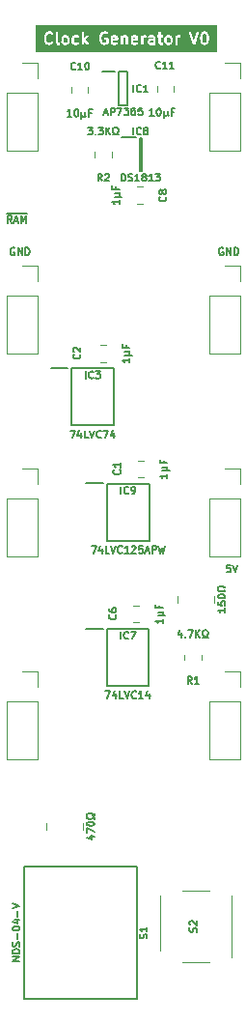
<source format=gbr>
%TF.GenerationSoftware,KiCad,Pcbnew,7.0.5*%
%TF.CreationDate,2023-12-15T16:28:43+02:00*%
%TF.ProjectId,Dual MPU Clock Generator,4475616c-204d-4505-9520-436c6f636b20,rev?*%
%TF.SameCoordinates,Original*%
%TF.FileFunction,Legend,Top*%
%TF.FilePolarity,Positive*%
%FSLAX46Y46*%
G04 Gerber Fmt 4.6, Leading zero omitted, Abs format (unit mm)*
G04 Created by KiCad (PCBNEW 7.0.5) date 2023-12-15 16:28:43*
%MOMM*%
%LPD*%
G01*
G04 APERTURE LIST*
%ADD10C,0.200000*%
%ADD11C,0.150000*%
%ADD12C,0.100000*%
%ADD13C,0.120000*%
G04 APERTURE END LIST*
D10*
G36*
X95334286Y-54906356D02*
G01*
X95358955Y-54931025D01*
X95388760Y-54990633D01*
X95388760Y-55229136D01*
X95358956Y-55288743D01*
X95334285Y-55313414D01*
X95274678Y-55343219D01*
X95179033Y-55343219D01*
X95119426Y-55313415D01*
X95094755Y-55288743D01*
X95064951Y-55229135D01*
X95064951Y-54990634D01*
X95094755Y-54931025D01*
X95119424Y-54906356D01*
X95179033Y-54876552D01*
X95274678Y-54876552D01*
X95334286Y-54906356D01*
G37*
G36*
X99652320Y-54898706D02*
G01*
X99669771Y-54933607D01*
X99398285Y-54987904D01*
X99398285Y-54943015D01*
X99420439Y-54898706D01*
X99464748Y-54876552D01*
X99608012Y-54876552D01*
X99652320Y-54898706D01*
G37*
G36*
X101414225Y-54898706D02*
G01*
X101431676Y-54933607D01*
X101160190Y-54987904D01*
X101160190Y-54943015D01*
X101182344Y-54898706D01*
X101226653Y-54876552D01*
X101369917Y-54876552D01*
X101414225Y-54898706D01*
G37*
G36*
X102912571Y-55162333D02*
G01*
X102912571Y-55333796D01*
X102893727Y-55343219D01*
X102702844Y-55343219D01*
X102658535Y-55321064D01*
X102636381Y-55276755D01*
X102636381Y-55228729D01*
X102658535Y-55184420D01*
X102702844Y-55162266D01*
X102911948Y-55162266D01*
X102912571Y-55162333D01*
G37*
G36*
X104381907Y-54906356D02*
G01*
X104406577Y-54931026D01*
X104436381Y-54990634D01*
X104436381Y-55229135D01*
X104406577Y-55288743D01*
X104381906Y-55313414D01*
X104322299Y-55343219D01*
X104226654Y-55343219D01*
X104167047Y-55313415D01*
X104142376Y-55288743D01*
X104112572Y-55229135D01*
X104112572Y-54990634D01*
X104142376Y-54931025D01*
X104167046Y-54906355D01*
X104226654Y-54876552D01*
X104322299Y-54876552D01*
X104381907Y-54906356D01*
G37*
G36*
X107524765Y-54573023D02*
G01*
X107549435Y-54597693D01*
X107584886Y-54668595D01*
X107626858Y-54836481D01*
X107626858Y-55049953D01*
X107584886Y-55217841D01*
X107549435Y-55288743D01*
X107524764Y-55313414D01*
X107465157Y-55343219D01*
X107417131Y-55343219D01*
X107357524Y-55313415D01*
X107332853Y-55288743D01*
X107297401Y-55217840D01*
X107255430Y-55049954D01*
X107255430Y-54836483D01*
X107297401Y-54668595D01*
X107332853Y-54597692D01*
X107357522Y-54573023D01*
X107417131Y-54543219D01*
X107465157Y-54543219D01*
X107524765Y-54573023D01*
G37*
G36*
X108510192Y-56183857D02*
G01*
X92657808Y-56183857D01*
X92657808Y-55010414D01*
X93337005Y-55010414D01*
X93341141Y-55026957D01*
X93341141Y-55029026D01*
X93344620Y-55040876D01*
X93387425Y-55212096D01*
X93386186Y-55223581D01*
X93394407Y-55240023D01*
X93395233Y-55243326D01*
X93400818Y-55252846D01*
X93441328Y-55333865D01*
X93444905Y-55350308D01*
X93464387Y-55369790D01*
X93483157Y-55389969D01*
X93485049Y-55390452D01*
X93557094Y-55462498D01*
X93572138Y-55481183D01*
X93591523Y-55487644D01*
X93609463Y-55497441D01*
X93618889Y-55496766D01*
X93730955Y-55534121D01*
X93745111Y-55543219D01*
X93772666Y-55543219D01*
X93800203Y-55544215D01*
X93801883Y-55543219D01*
X93857172Y-55543219D01*
X93873479Y-55547373D01*
X93899618Y-55538659D01*
X93926059Y-55530896D01*
X93927338Y-55529419D01*
X94039077Y-55492172D01*
X94062518Y-55487073D01*
X94076970Y-55472620D01*
X94093750Y-55460959D01*
X94097361Y-55452228D01*
X94141067Y-55408522D01*
X94162028Y-55370133D01*
X94158357Y-55318819D01*
X94386186Y-55318819D01*
X94395324Y-55337096D01*
X94401083Y-55356708D01*
X94408223Y-55362895D01*
X94435543Y-55417535D01*
X94435406Y-55421420D01*
X94448550Y-55443550D01*
X94453366Y-55453182D01*
X94455869Y-55455873D01*
X94465395Y-55471911D01*
X94475477Y-55476952D01*
X94483157Y-55485208D01*
X94501233Y-55489830D01*
X94599756Y-55539092D01*
X94642805Y-55546839D01*
X94697050Y-55524341D01*
X94730520Y-55476088D01*
X94732590Y-55417399D01*
X94702601Y-55366908D01*
X94610914Y-55321064D01*
X94588760Y-55276755D01*
X94588760Y-54978216D01*
X94861331Y-54978216D01*
X94864951Y-54986944D01*
X94864951Y-55247356D01*
X94862377Y-55271200D01*
X94871515Y-55289476D01*
X94877274Y-55309089D01*
X94884415Y-55315277D01*
X94917519Y-55381484D01*
X94921096Y-55397927D01*
X94940579Y-55417410D01*
X94959348Y-55437588D01*
X94961240Y-55438071D01*
X94980612Y-55457444D01*
X94989205Y-55471911D01*
X95013843Y-55484230D01*
X95038034Y-55497440D01*
X95039983Y-55497300D01*
X95105888Y-55530253D01*
X95126064Y-55543219D01*
X95146499Y-55543219D01*
X95166615Y-55546839D01*
X95175343Y-55543219D01*
X95292899Y-55543219D01*
X95316742Y-55545793D01*
X95335018Y-55536654D01*
X95354631Y-55530896D01*
X95360819Y-55523754D01*
X95427027Y-55490650D01*
X95443471Y-55487073D01*
X95462956Y-55467587D01*
X95483130Y-55448822D01*
X95483614Y-55446928D01*
X95502987Y-55427555D01*
X95517452Y-55418964D01*
X95529769Y-55394329D01*
X95542981Y-55370133D01*
X95542841Y-55368185D01*
X95575794Y-55302280D01*
X95588760Y-55282105D01*
X95588760Y-55261669D01*
X95592380Y-55241554D01*
X95588760Y-55232825D01*
X95588760Y-54978216D01*
X95766093Y-54978216D01*
X95769713Y-54986944D01*
X95769712Y-55247356D01*
X95767139Y-55271200D01*
X95776277Y-55289476D01*
X95782036Y-55309089D01*
X95789177Y-55315277D01*
X95822281Y-55381484D01*
X95825858Y-55397927D01*
X95845341Y-55417410D01*
X95864110Y-55437588D01*
X95866002Y-55438071D01*
X95885374Y-55457444D01*
X95893967Y-55471911D01*
X95918605Y-55484230D01*
X95942796Y-55497440D01*
X95944745Y-55497300D01*
X96010650Y-55530253D01*
X96030826Y-55543219D01*
X96051261Y-55543219D01*
X96071377Y-55546839D01*
X96080105Y-55543219D01*
X96245280Y-55543219D01*
X96269123Y-55545793D01*
X96287399Y-55536654D01*
X96307012Y-55530896D01*
X96313200Y-55523754D01*
X96403485Y-55478612D01*
X96435511Y-55448822D01*
X96450060Y-55391927D01*
X96431540Y-55336199D01*
X96385830Y-55299329D01*
X96327444Y-55293026D01*
X96227059Y-55343219D01*
X96083795Y-55343219D01*
X96024188Y-55313415D01*
X95999517Y-55288743D01*
X95969713Y-55229135D01*
X95969713Y-55135350D01*
X96672635Y-55135350D01*
X96674475Y-55161079D01*
X96674475Y-55457598D01*
X96686798Y-55499566D01*
X96731180Y-55538023D01*
X96789307Y-55546380D01*
X96842726Y-55521985D01*
X96874475Y-55472582D01*
X96874475Y-55235282D01*
X97084054Y-55514722D01*
X97119094Y-55540903D01*
X97177673Y-55545039D01*
X97229189Y-55516849D01*
X97257287Y-55465281D01*
X97253045Y-55406710D01*
X97001750Y-55071649D01*
X97062986Y-55010414D01*
X98194149Y-55010414D01*
X98198285Y-55026957D01*
X98198285Y-55029026D01*
X98201764Y-55040876D01*
X98244569Y-55212096D01*
X98243330Y-55223581D01*
X98251551Y-55240024D01*
X98252377Y-55243326D01*
X98257962Y-55252846D01*
X98298472Y-55333865D01*
X98302049Y-55350308D01*
X98321531Y-55369790D01*
X98340301Y-55389969D01*
X98342193Y-55390452D01*
X98414238Y-55462498D01*
X98429282Y-55481183D01*
X98448667Y-55487644D01*
X98466607Y-55497441D01*
X98476033Y-55496766D01*
X98588099Y-55534121D01*
X98602255Y-55543219D01*
X98629810Y-55543219D01*
X98657347Y-55544215D01*
X98659027Y-55543219D01*
X98714316Y-55543219D01*
X98730623Y-55547373D01*
X98756762Y-55538659D01*
X98783203Y-55530896D01*
X98784482Y-55529419D01*
X98896221Y-55492172D01*
X98919662Y-55487073D01*
X98934114Y-55472620D01*
X98950894Y-55460959D01*
X98954505Y-55452228D01*
X98975284Y-55431449D01*
X98985583Y-55426746D01*
X98995646Y-55411086D01*
X98998211Y-55408522D01*
X99003388Y-55399040D01*
X99017332Y-55377343D01*
X99017332Y-55373502D01*
X99019172Y-55370133D01*
X99017332Y-55344409D01*
X99017332Y-55021801D01*
X99020493Y-54999815D01*
X99011266Y-54979611D01*
X99005009Y-54958300D01*
X98999258Y-54953317D01*
X98996098Y-54946396D01*
X98977412Y-54934387D01*
X98973038Y-54930597D01*
X99194665Y-54930597D01*
X99198285Y-54939325D01*
X99198284Y-55083463D01*
X99196831Y-55086023D01*
X99198285Y-55112625D01*
X99198285Y-55294975D01*
X99195711Y-55318819D01*
X99204849Y-55337096D01*
X99210608Y-55356708D01*
X99217748Y-55362895D01*
X99245068Y-55417535D01*
X99244931Y-55421420D01*
X99258075Y-55443550D01*
X99262891Y-55453182D01*
X99265394Y-55455873D01*
X99274920Y-55471911D01*
X99285002Y-55476952D01*
X99292682Y-55485208D01*
X99310758Y-55489830D01*
X99391603Y-55530253D01*
X99411779Y-55543219D01*
X99432214Y-55543219D01*
X99452330Y-55546839D01*
X99461058Y-55543219D01*
X99626233Y-55543219D01*
X99650076Y-55545793D01*
X99668352Y-55536654D01*
X99687965Y-55530896D01*
X99694153Y-55523754D01*
X99784438Y-55478612D01*
X99816464Y-55448822D01*
X99831013Y-55391927D01*
X99812493Y-55336199D01*
X99766783Y-55299329D01*
X99708397Y-55293026D01*
X99608012Y-55343219D01*
X99464748Y-55343219D01*
X99420439Y-55321064D01*
X99398285Y-55276755D01*
X99398285Y-55191865D01*
X99777243Y-55116073D01*
X99789307Y-55117808D01*
X99805464Y-55110429D01*
X99808186Y-55109885D01*
X99818496Y-55104477D01*
X99842726Y-55093413D01*
X99844317Y-55090937D01*
X99846922Y-55089571D01*
X99860072Y-55066421D01*
X99874475Y-55044010D01*
X99874475Y-55041066D01*
X99875928Y-55038509D01*
X99874475Y-55011925D01*
X99874475Y-54924793D01*
X99877049Y-54900950D01*
X99867910Y-54882672D01*
X99862152Y-54863062D01*
X99855010Y-54856874D01*
X99851391Y-54849636D01*
X100101207Y-54849636D01*
X100103047Y-54875365D01*
X100103047Y-55457598D01*
X100115370Y-55499566D01*
X100159752Y-55538023D01*
X100217879Y-55546380D01*
X100271298Y-55521985D01*
X100303047Y-55472582D01*
X100303047Y-54913211D01*
X100309902Y-54906355D01*
X100369510Y-54876552D01*
X100465155Y-54876552D01*
X100509463Y-54898706D01*
X100531618Y-54943015D01*
X100531618Y-55457598D01*
X100543941Y-55499566D01*
X100588323Y-55538023D01*
X100646450Y-55546380D01*
X100699869Y-55521985D01*
X100731618Y-55472582D01*
X100731618Y-54930597D01*
X100956570Y-54930597D01*
X100960190Y-54939325D01*
X100960190Y-55083463D01*
X100958736Y-55086023D01*
X100960190Y-55112625D01*
X100960190Y-55294975D01*
X100957616Y-55318819D01*
X100966754Y-55337096D01*
X100972513Y-55356708D01*
X100979653Y-55362895D01*
X101006973Y-55417535D01*
X101006836Y-55421420D01*
X101019980Y-55443550D01*
X101024796Y-55453182D01*
X101027299Y-55455873D01*
X101036825Y-55471911D01*
X101046907Y-55476952D01*
X101054587Y-55485208D01*
X101072663Y-55489830D01*
X101153508Y-55530253D01*
X101173684Y-55543219D01*
X101194119Y-55543219D01*
X101214235Y-55546839D01*
X101222963Y-55543219D01*
X101388138Y-55543219D01*
X101411981Y-55545793D01*
X101430257Y-55536654D01*
X101449870Y-55530896D01*
X101456058Y-55523754D01*
X101546343Y-55478612D01*
X101578369Y-55448822D01*
X101592918Y-55391927D01*
X101574398Y-55336199D01*
X101528688Y-55299329D01*
X101470302Y-55293026D01*
X101369917Y-55343219D01*
X101226653Y-55343219D01*
X101182344Y-55321064D01*
X101160190Y-55276755D01*
X101160190Y-55191865D01*
X101539148Y-55116073D01*
X101551212Y-55117808D01*
X101567369Y-55110429D01*
X101570091Y-55109885D01*
X101580401Y-55104477D01*
X101604631Y-55093413D01*
X101606222Y-55090937D01*
X101608827Y-55089571D01*
X101621977Y-55066421D01*
X101636380Y-55044010D01*
X101636379Y-55041066D01*
X101637833Y-55038509D01*
X101636380Y-55011925D01*
X101636380Y-54978216D01*
X101861332Y-54978216D01*
X101864952Y-54986944D01*
X101864952Y-55457598D01*
X101877275Y-55499566D01*
X101921657Y-55538023D01*
X101979784Y-55546380D01*
X102033203Y-55521985D01*
X102064952Y-55472582D01*
X102064951Y-55216311D01*
X102432761Y-55216311D01*
X102436381Y-55225039D01*
X102436381Y-55294975D01*
X102433807Y-55318819D01*
X102442945Y-55337096D01*
X102448704Y-55356708D01*
X102455844Y-55362895D01*
X102483164Y-55417535D01*
X102483027Y-55421420D01*
X102496171Y-55443550D01*
X102500987Y-55453182D01*
X102503490Y-55455873D01*
X102513016Y-55471911D01*
X102523098Y-55476952D01*
X102530778Y-55485208D01*
X102548854Y-55489830D01*
X102629699Y-55530253D01*
X102649875Y-55543219D01*
X102670310Y-55543219D01*
X102690426Y-55546839D01*
X102699154Y-55543219D01*
X102911948Y-55543219D01*
X102935791Y-55545793D01*
X102954067Y-55536654D01*
X102964247Y-55533665D01*
X102969276Y-55538023D01*
X103027403Y-55546380D01*
X103080822Y-55521985D01*
X103112571Y-55472582D01*
X103112571Y-55408183D01*
X103116728Y-55391927D01*
X103112571Y-55379418D01*
X103112571Y-55027230D01*
X103116728Y-55010974D01*
X103112571Y-54998465D01*
X103112571Y-54924793D01*
X103115145Y-54900950D01*
X103106006Y-54882672D01*
X103100248Y-54863062D01*
X103093106Y-54856874D01*
X103065787Y-54802236D01*
X103065925Y-54798351D01*
X103061787Y-54791384D01*
X103242744Y-54791384D01*
X103267139Y-54844803D01*
X103316542Y-54876552D01*
X103388762Y-54876552D01*
X103388762Y-55294975D01*
X103386188Y-55318819D01*
X103395326Y-55337096D01*
X103401085Y-55356708D01*
X103408225Y-55362895D01*
X103435545Y-55417535D01*
X103435408Y-55421420D01*
X103448552Y-55443550D01*
X103453368Y-55453182D01*
X103455871Y-55455873D01*
X103465397Y-55471911D01*
X103475479Y-55476952D01*
X103483159Y-55485208D01*
X103501235Y-55489830D01*
X103582080Y-55530253D01*
X103602256Y-55543219D01*
X103622691Y-55543219D01*
X103642807Y-55546839D01*
X103651535Y-55543219D01*
X103741236Y-55543219D01*
X103783204Y-55530896D01*
X103821661Y-55486514D01*
X103830018Y-55428387D01*
X103805623Y-55374968D01*
X103756220Y-55343219D01*
X103655225Y-55343219D01*
X103610916Y-55321064D01*
X103588762Y-55276755D01*
X103588762Y-54978216D01*
X103908952Y-54978216D01*
X103912572Y-54986944D01*
X103912572Y-55247356D01*
X103909998Y-55271200D01*
X103919136Y-55289476D01*
X103924895Y-55309089D01*
X103932036Y-55315277D01*
X103965140Y-55381484D01*
X103968717Y-55397927D01*
X103988200Y-55417410D01*
X104006969Y-55437588D01*
X104008861Y-55438071D01*
X104028233Y-55457444D01*
X104036826Y-55471911D01*
X104061464Y-55484230D01*
X104085655Y-55497440D01*
X104087604Y-55497300D01*
X104153509Y-55530253D01*
X104173685Y-55543219D01*
X104194120Y-55543219D01*
X104214236Y-55546839D01*
X104222964Y-55543219D01*
X104340520Y-55543219D01*
X104364363Y-55545793D01*
X104382639Y-55536654D01*
X104402252Y-55530896D01*
X104408440Y-55523754D01*
X104474648Y-55490650D01*
X104491092Y-55487073D01*
X104510577Y-55467587D01*
X104530751Y-55448822D01*
X104531235Y-55446928D01*
X104550608Y-55427555D01*
X104565073Y-55418964D01*
X104577390Y-55394329D01*
X104590602Y-55370133D01*
X104590462Y-55368185D01*
X104623415Y-55302280D01*
X104636381Y-55282105D01*
X104636381Y-55261669D01*
X104640001Y-55241554D01*
X104636381Y-55232825D01*
X104636380Y-54978216D01*
X104861333Y-54978216D01*
X104864953Y-54986944D01*
X104864953Y-55457598D01*
X104877276Y-55499566D01*
X104921658Y-55538023D01*
X104979785Y-55546380D01*
X105033204Y-55521985D01*
X105064953Y-55472582D01*
X105064953Y-54990634D01*
X105094757Y-54931025D01*
X105119427Y-54906355D01*
X105179035Y-54876552D01*
X105265046Y-54876552D01*
X105307014Y-54864229D01*
X105345471Y-54819847D01*
X105353828Y-54761720D01*
X105329433Y-54708301D01*
X105280030Y-54676552D01*
X105160813Y-54676552D01*
X105136970Y-54673978D01*
X105118692Y-54683116D01*
X105099082Y-54688875D01*
X105092894Y-54696016D01*
X105049661Y-54717632D01*
X105008248Y-54681748D01*
X104950121Y-54673391D01*
X104896702Y-54697786D01*
X104864953Y-54747189D01*
X104864953Y-54958100D01*
X104861333Y-54978216D01*
X104636380Y-54978216D01*
X104636380Y-54972412D01*
X104638955Y-54948569D01*
X104629816Y-54930291D01*
X104624058Y-54910681D01*
X104616916Y-54904493D01*
X104583811Y-54838282D01*
X104580235Y-54821842D01*
X104560760Y-54802367D01*
X104541984Y-54782181D01*
X104540089Y-54781696D01*
X104520719Y-54762326D01*
X104512127Y-54747860D01*
X104487492Y-54735542D01*
X104463297Y-54722331D01*
X104461347Y-54722470D01*
X104395446Y-54689519D01*
X104375268Y-54676552D01*
X104354832Y-54676552D01*
X104334717Y-54672932D01*
X104325989Y-54676552D01*
X104208432Y-54676552D01*
X104184589Y-54673978D01*
X104166311Y-54683116D01*
X104146701Y-54688875D01*
X104140513Y-54696016D01*
X104074302Y-54729121D01*
X104057862Y-54732698D01*
X104038387Y-54752172D01*
X104018201Y-54770949D01*
X104017716Y-54772843D01*
X103998346Y-54792213D01*
X103983880Y-54800806D01*
X103971562Y-54825440D01*
X103958351Y-54849636D01*
X103958490Y-54851585D01*
X103925539Y-54917486D01*
X103912572Y-54937665D01*
X103912572Y-54958100D01*
X103908952Y-54978216D01*
X103588762Y-54978216D01*
X103588762Y-54876552D01*
X103741236Y-54876552D01*
X103783204Y-54864229D01*
X103821661Y-54819847D01*
X103830018Y-54761720D01*
X103805623Y-54708301D01*
X103756220Y-54676552D01*
X103588762Y-54676552D01*
X103588762Y-54446986D01*
X106098895Y-54446986D01*
X106435793Y-55457679D01*
X106435386Y-55468949D01*
X106444901Y-55485002D01*
X106446061Y-55488482D01*
X106452195Y-55497309D01*
X106465329Y-55519467D01*
X106468805Y-55521209D01*
X106471023Y-55524400D01*
X106494814Y-55534242D01*
X106517831Y-55545776D01*
X106521694Y-55545362D01*
X106525288Y-55546849D01*
X106550618Y-55542266D01*
X106576223Y-55539526D01*
X106579253Y-55537086D01*
X106583075Y-55536395D01*
X106601901Y-55518851D01*
X106621965Y-55502698D01*
X106623194Y-55499009D01*
X106626038Y-55496360D01*
X106632394Y-55471409D01*
X106770186Y-55058033D01*
X107051294Y-55058033D01*
X107055430Y-55074576D01*
X107055430Y-55076645D01*
X107058909Y-55088495D01*
X107101714Y-55259715D01*
X107100475Y-55271200D01*
X107108696Y-55287643D01*
X107109522Y-55290945D01*
X107115107Y-55300465D01*
X107155617Y-55381484D01*
X107159194Y-55397927D01*
X107178677Y-55417410D01*
X107197446Y-55437588D01*
X107199338Y-55438071D01*
X107218710Y-55457444D01*
X107227303Y-55471911D01*
X107251941Y-55484230D01*
X107276132Y-55497440D01*
X107278081Y-55497300D01*
X107343986Y-55530253D01*
X107364162Y-55543219D01*
X107384597Y-55543219D01*
X107404713Y-55546839D01*
X107413441Y-55543219D01*
X107483378Y-55543219D01*
X107507221Y-55545793D01*
X107525497Y-55536654D01*
X107545110Y-55530896D01*
X107551298Y-55523754D01*
X107617506Y-55490650D01*
X107633950Y-55487073D01*
X107653435Y-55467587D01*
X107673609Y-55448822D01*
X107674093Y-55446928D01*
X107693466Y-55427555D01*
X107707931Y-55418964D01*
X107720248Y-55394329D01*
X107733460Y-55370133D01*
X107733320Y-55368185D01*
X107760715Y-55313395D01*
X107769132Y-55305482D01*
X107773591Y-55287643D01*
X107775112Y-55284603D01*
X107777065Y-55273748D01*
X107819881Y-55102485D01*
X107826858Y-55091629D01*
X107826858Y-55074578D01*
X107827360Y-55072570D01*
X107826858Y-55060223D01*
X107826858Y-54840629D01*
X107830994Y-54828404D01*
X107826858Y-54811859D01*
X107826858Y-54809792D01*
X107823378Y-54797941D01*
X107780573Y-54626720D01*
X107781813Y-54615236D01*
X107773591Y-54598792D01*
X107772766Y-54595492D01*
X107767182Y-54585975D01*
X107726669Y-54504949D01*
X107723093Y-54488509D01*
X107703618Y-54469034D01*
X107684842Y-54448848D01*
X107682947Y-54448363D01*
X107663577Y-54428993D01*
X107654985Y-54414527D01*
X107630350Y-54402209D01*
X107606155Y-54388998D01*
X107604205Y-54389137D01*
X107538304Y-54356186D01*
X107518126Y-54343219D01*
X107497690Y-54343219D01*
X107477575Y-54339599D01*
X107468847Y-54343219D01*
X107398909Y-54343219D01*
X107375066Y-54340645D01*
X107356788Y-54349783D01*
X107337178Y-54355542D01*
X107330990Y-54362683D01*
X107264779Y-54395788D01*
X107248339Y-54399365D01*
X107228864Y-54418839D01*
X107208678Y-54437616D01*
X107208193Y-54439510D01*
X107188823Y-54458880D01*
X107174357Y-54467473D01*
X107162039Y-54492107D01*
X107148828Y-54516303D01*
X107148967Y-54518252D01*
X107121573Y-54573040D01*
X107113156Y-54580955D01*
X107108696Y-54598794D01*
X107107176Y-54601835D01*
X107105223Y-54612686D01*
X107062406Y-54783951D01*
X107055430Y-54794808D01*
X107055430Y-54811858D01*
X107054928Y-54813867D01*
X107055430Y-54826213D01*
X107055430Y-55045807D01*
X107051294Y-55058033D01*
X106770186Y-55058033D01*
X106969130Y-54461201D01*
X106970711Y-54417490D01*
X106940768Y-54366972D01*
X106888266Y-54340662D01*
X106829874Y-54346913D01*
X106784132Y-54383740D01*
X106536382Y-55126990D01*
X106293370Y-54397955D01*
X106268408Y-54362038D01*
X106214143Y-54339589D01*
X106156356Y-54350042D01*
X106113392Y-54390078D01*
X106098895Y-54446986D01*
X103588762Y-54446986D01*
X103588762Y-54428840D01*
X103576439Y-54386872D01*
X103532057Y-54348415D01*
X103473930Y-54340058D01*
X103420511Y-54364453D01*
X103388762Y-54413856D01*
X103388762Y-54676552D01*
X103331526Y-54676552D01*
X103289558Y-54688875D01*
X103251101Y-54733257D01*
X103242744Y-54791384D01*
X103061787Y-54791384D01*
X103052775Y-54776211D01*
X103047964Y-54766589D01*
X103045463Y-54763900D01*
X103035936Y-54747860D01*
X103025854Y-54742819D01*
X103018174Y-54734562D01*
X103000093Y-54729938D01*
X102919255Y-54689519D01*
X102899077Y-54676552D01*
X102878641Y-54676552D01*
X102858526Y-54672932D01*
X102849798Y-54676552D01*
X102684622Y-54676552D01*
X102660779Y-54673978D01*
X102642501Y-54683116D01*
X102622891Y-54688875D01*
X102616703Y-54696016D01*
X102526418Y-54741159D01*
X102494391Y-54770949D01*
X102479843Y-54827844D01*
X102498363Y-54883572D01*
X102544072Y-54920442D01*
X102602458Y-54926745D01*
X102702844Y-54876552D01*
X102846108Y-54876552D01*
X102890416Y-54898706D01*
X102912571Y-54943015D01*
X102912571Y-54952843D01*
X102893727Y-54962266D01*
X102684622Y-54962266D01*
X102660779Y-54959692D01*
X102642501Y-54968830D01*
X102622891Y-54974589D01*
X102616703Y-54981730D01*
X102562065Y-55009049D01*
X102558180Y-55008912D01*
X102536040Y-55022061D01*
X102526418Y-55026873D01*
X102523729Y-55029373D01*
X102507689Y-55038901D01*
X102502648Y-55048982D01*
X102494391Y-55056663D01*
X102489767Y-55074743D01*
X102449348Y-55155581D01*
X102436381Y-55175760D01*
X102436381Y-55196195D01*
X102432761Y-55216311D01*
X102064951Y-55216311D01*
X102064951Y-54990634D01*
X102094756Y-54931025D01*
X102119425Y-54906356D01*
X102179034Y-54876552D01*
X102265045Y-54876552D01*
X102307013Y-54864229D01*
X102345470Y-54819847D01*
X102353827Y-54761720D01*
X102329432Y-54708301D01*
X102280029Y-54676552D01*
X102160812Y-54676552D01*
X102136969Y-54673978D01*
X102118691Y-54683116D01*
X102099081Y-54688875D01*
X102092893Y-54696016D01*
X102049660Y-54717632D01*
X102008247Y-54681748D01*
X101950120Y-54673391D01*
X101896701Y-54697786D01*
X101864952Y-54747189D01*
X101864952Y-54958100D01*
X101861332Y-54978216D01*
X101636380Y-54978216D01*
X101636380Y-54924793D01*
X101638954Y-54900950D01*
X101629815Y-54882672D01*
X101624057Y-54863062D01*
X101616915Y-54856874D01*
X101589596Y-54802236D01*
X101589734Y-54798351D01*
X101576584Y-54776211D01*
X101571773Y-54766589D01*
X101569272Y-54763900D01*
X101559745Y-54747860D01*
X101549663Y-54742819D01*
X101541983Y-54734562D01*
X101523902Y-54729938D01*
X101443064Y-54689519D01*
X101422886Y-54676552D01*
X101402450Y-54676552D01*
X101382335Y-54672932D01*
X101373607Y-54676552D01*
X101208431Y-54676552D01*
X101184588Y-54673978D01*
X101166310Y-54683116D01*
X101146700Y-54688875D01*
X101140512Y-54696016D01*
X101085874Y-54723335D01*
X101081989Y-54723198D01*
X101059849Y-54736347D01*
X101050227Y-54741159D01*
X101047538Y-54743659D01*
X101031498Y-54753187D01*
X101026457Y-54763268D01*
X101018200Y-54770949D01*
X101013576Y-54789029D01*
X100973157Y-54869867D01*
X100960190Y-54890046D01*
X100960190Y-54910481D01*
X100956570Y-54930597D01*
X100731618Y-54930597D01*
X100731618Y-54924793D01*
X100734192Y-54900950D01*
X100725053Y-54882672D01*
X100719295Y-54863062D01*
X100712153Y-54856874D01*
X100684834Y-54802236D01*
X100684972Y-54798351D01*
X100671822Y-54776211D01*
X100667011Y-54766589D01*
X100664510Y-54763900D01*
X100654983Y-54747860D01*
X100644901Y-54742819D01*
X100637221Y-54734562D01*
X100619140Y-54729938D01*
X100538302Y-54689519D01*
X100518124Y-54676552D01*
X100497688Y-54676552D01*
X100477573Y-54672932D01*
X100468845Y-54676552D01*
X100351288Y-54676552D01*
X100327445Y-54673978D01*
X100309167Y-54683116D01*
X100289557Y-54688875D01*
X100283369Y-54696016D01*
X100270331Y-54702534D01*
X100246342Y-54681748D01*
X100188215Y-54673391D01*
X100134796Y-54697786D01*
X100103047Y-54747189D01*
X100103047Y-54846266D01*
X100101207Y-54849636D01*
X99851391Y-54849636D01*
X99827691Y-54802236D01*
X99827829Y-54798351D01*
X99814679Y-54776211D01*
X99809868Y-54766589D01*
X99807367Y-54763900D01*
X99797840Y-54747860D01*
X99787758Y-54742819D01*
X99780078Y-54734562D01*
X99761997Y-54729938D01*
X99681159Y-54689519D01*
X99660981Y-54676552D01*
X99640545Y-54676552D01*
X99620430Y-54672932D01*
X99611702Y-54676552D01*
X99446526Y-54676552D01*
X99422683Y-54673978D01*
X99404405Y-54683116D01*
X99384795Y-54688875D01*
X99378607Y-54696016D01*
X99323969Y-54723335D01*
X99320084Y-54723198D01*
X99297944Y-54736347D01*
X99288322Y-54741159D01*
X99285633Y-54743659D01*
X99269593Y-54753187D01*
X99264552Y-54763268D01*
X99256295Y-54770949D01*
X99251671Y-54789029D01*
X99211252Y-54869867D01*
X99198285Y-54890046D01*
X99198285Y-54910481D01*
X99194665Y-54930597D01*
X98973038Y-54930597D01*
X98960627Y-54919843D01*
X98953095Y-54918760D01*
X98946695Y-54914647D01*
X98924486Y-54914647D01*
X98902500Y-54911486D01*
X98895578Y-54914647D01*
X98712477Y-54914647D01*
X98670509Y-54926970D01*
X98632052Y-54971352D01*
X98623695Y-55029479D01*
X98648090Y-55082898D01*
X98697493Y-55114647D01*
X98817332Y-55114647D01*
X98817332Y-55306559D01*
X98815694Y-55308196D01*
X98710629Y-55343219D01*
X98647845Y-55343219D01*
X98542779Y-55308197D01*
X98475708Y-55241124D01*
X98440256Y-55170221D01*
X98398285Y-55002335D01*
X98398285Y-54884102D01*
X98440256Y-54716214D01*
X98475708Y-54645311D01*
X98542778Y-54578241D01*
X98647844Y-54543219D01*
X98750869Y-54543219D01*
X98837852Y-54586711D01*
X98880901Y-54594458D01*
X98935146Y-54571960D01*
X98968616Y-54523707D01*
X98970686Y-54465018D01*
X98940697Y-54414527D01*
X98824016Y-54356186D01*
X98803838Y-54343219D01*
X98783402Y-54343219D01*
X98763287Y-54339599D01*
X98754559Y-54343219D01*
X98644156Y-54343219D01*
X98627851Y-54339065D01*
X98601710Y-54347778D01*
X98575271Y-54355542D01*
X98573991Y-54357018D01*
X98462253Y-54394264D01*
X98438813Y-54399364D01*
X98424360Y-54413816D01*
X98407580Y-54425479D01*
X98403968Y-54434208D01*
X98331677Y-54506500D01*
X98317212Y-54515092D01*
X98304894Y-54539726D01*
X98291683Y-54563922D01*
X98291822Y-54565871D01*
X98264428Y-54620659D01*
X98256011Y-54628574D01*
X98251551Y-54646413D01*
X98250031Y-54649454D01*
X98248078Y-54660305D01*
X98205261Y-54831570D01*
X98198285Y-54842427D01*
X98198285Y-54859478D01*
X98197783Y-54861486D01*
X98198285Y-54873832D01*
X98198285Y-54998188D01*
X98194149Y-55010414D01*
X97062986Y-55010414D01*
X97236305Y-54837096D01*
X97257267Y-54798706D01*
X97253077Y-54740130D01*
X97217885Y-54693119D01*
X97162862Y-54672596D01*
X97105479Y-54685079D01*
X96874475Y-54916083D01*
X96874475Y-54428840D01*
X96862152Y-54386872D01*
X96817770Y-54348415D01*
X96759643Y-54340058D01*
X96706224Y-54364453D01*
X96674475Y-54413856D01*
X96674475Y-55131980D01*
X96672635Y-55135350D01*
X95969713Y-55135350D01*
X95969713Y-54990634D01*
X95999517Y-54931025D01*
X96024186Y-54906356D01*
X96083795Y-54876552D01*
X96227059Y-54876552D01*
X96314042Y-54920044D01*
X96357091Y-54927791D01*
X96411336Y-54905293D01*
X96444806Y-54857040D01*
X96446876Y-54798351D01*
X96416887Y-54747860D01*
X96300206Y-54689519D01*
X96280028Y-54676552D01*
X96259592Y-54676552D01*
X96239477Y-54672932D01*
X96230749Y-54676552D01*
X96065573Y-54676552D01*
X96041730Y-54673978D01*
X96023452Y-54683116D01*
X96003842Y-54688875D01*
X95997654Y-54696016D01*
X95931443Y-54729121D01*
X95915003Y-54732698D01*
X95895528Y-54752172D01*
X95875342Y-54770949D01*
X95874857Y-54772843D01*
X95855487Y-54792213D01*
X95841021Y-54800806D01*
X95828703Y-54825440D01*
X95815492Y-54849636D01*
X95815631Y-54851585D01*
X95782680Y-54917486D01*
X95769713Y-54937665D01*
X95769713Y-54958100D01*
X95766093Y-54978216D01*
X95588760Y-54978216D01*
X95588760Y-54972412D01*
X95591334Y-54948569D01*
X95582195Y-54930291D01*
X95576437Y-54910681D01*
X95569295Y-54904493D01*
X95536190Y-54838282D01*
X95532614Y-54821842D01*
X95513139Y-54802367D01*
X95494363Y-54782181D01*
X95492468Y-54781696D01*
X95473098Y-54762326D01*
X95464506Y-54747860D01*
X95439871Y-54735542D01*
X95415676Y-54722331D01*
X95413726Y-54722470D01*
X95347825Y-54689519D01*
X95327647Y-54676552D01*
X95307211Y-54676552D01*
X95287096Y-54672932D01*
X95278368Y-54676552D01*
X95160811Y-54676552D01*
X95136968Y-54673978D01*
X95118690Y-54683116D01*
X95099080Y-54688875D01*
X95092892Y-54696016D01*
X95026681Y-54729121D01*
X95010241Y-54732698D01*
X94990766Y-54752172D01*
X94970580Y-54770949D01*
X94970095Y-54772843D01*
X94950725Y-54792213D01*
X94936259Y-54800806D01*
X94923941Y-54825440D01*
X94910730Y-54849636D01*
X94910869Y-54851585D01*
X94877918Y-54917486D01*
X94864951Y-54937665D01*
X94864951Y-54958100D01*
X94861331Y-54978216D01*
X94588760Y-54978216D01*
X94588760Y-54428840D01*
X94576437Y-54386872D01*
X94532055Y-54348415D01*
X94473928Y-54340058D01*
X94420509Y-54364453D01*
X94388760Y-54413856D01*
X94388760Y-55294975D01*
X94386186Y-55318819D01*
X94158357Y-55318819D01*
X94157838Y-55311557D01*
X94122645Y-55264546D01*
X94067622Y-55244023D01*
X94010239Y-55256507D01*
X93958550Y-55308196D01*
X93853485Y-55343219D01*
X93790701Y-55343219D01*
X93685635Y-55308197D01*
X93618564Y-55241124D01*
X93583112Y-55170221D01*
X93541141Y-55002335D01*
X93541141Y-54884102D01*
X93583112Y-54716214D01*
X93618564Y-54645311D01*
X93685634Y-54578241D01*
X93790700Y-54543219D01*
X93853484Y-54543219D01*
X93958551Y-54578241D01*
X93999645Y-54619335D01*
X94038034Y-54640297D01*
X94096610Y-54636107D01*
X94143621Y-54600915D01*
X94164144Y-54545892D01*
X94151661Y-54488509D01*
X94087085Y-54423933D01*
X94072047Y-54405255D01*
X94052661Y-54398793D01*
X94034723Y-54388998D01*
X94025298Y-54389672D01*
X93913230Y-54352316D01*
X93899075Y-54343219D01*
X93871520Y-54343219D01*
X93843982Y-54342223D01*
X93842302Y-54343219D01*
X93787012Y-54343219D01*
X93770707Y-54339065D01*
X93744566Y-54347778D01*
X93718127Y-54355542D01*
X93716847Y-54357018D01*
X93605109Y-54394264D01*
X93581669Y-54399364D01*
X93567216Y-54413816D01*
X93550436Y-54425479D01*
X93546824Y-54434208D01*
X93474533Y-54506500D01*
X93460068Y-54515092D01*
X93447750Y-54539726D01*
X93434539Y-54563922D01*
X93434678Y-54565871D01*
X93407284Y-54620659D01*
X93398867Y-54628574D01*
X93394406Y-54646414D01*
X93392887Y-54649454D01*
X93390934Y-54660305D01*
X93348117Y-54831570D01*
X93341141Y-54842427D01*
X93341141Y-54859478D01*
X93340639Y-54861486D01*
X93341141Y-54873832D01*
X93341141Y-54998188D01*
X93337005Y-55010414D01*
X92657808Y-55010414D01*
X92657808Y-53798143D01*
X108510192Y-53798143D01*
X108510192Y-56183857D01*
G37*
D11*
X109066887Y-73341201D02*
X109006411Y-73310963D01*
X109006411Y-73310963D02*
X108915697Y-73310963D01*
X108915697Y-73310963D02*
X108824982Y-73341201D01*
X108824982Y-73341201D02*
X108764506Y-73401677D01*
X108764506Y-73401677D02*
X108734268Y-73462153D01*
X108734268Y-73462153D02*
X108704030Y-73583105D01*
X108704030Y-73583105D02*
X108704030Y-73673820D01*
X108704030Y-73673820D02*
X108734268Y-73794772D01*
X108734268Y-73794772D02*
X108764506Y-73855248D01*
X108764506Y-73855248D02*
X108824982Y-73915725D01*
X108824982Y-73915725D02*
X108915697Y-73945963D01*
X108915697Y-73945963D02*
X108976173Y-73945963D01*
X108976173Y-73945963D02*
X109066887Y-73915725D01*
X109066887Y-73915725D02*
X109097125Y-73885486D01*
X109097125Y-73885486D02*
X109097125Y-73673820D01*
X109097125Y-73673820D02*
X108976173Y-73673820D01*
X109369268Y-73945963D02*
X109369268Y-73310963D01*
X109369268Y-73310963D02*
X109732125Y-73945963D01*
X109732125Y-73945963D02*
X109732125Y-73310963D01*
X110034506Y-73945963D02*
X110034506Y-73310963D01*
X110034506Y-73310963D02*
X110185696Y-73310963D01*
X110185696Y-73310963D02*
X110276411Y-73341201D01*
X110276411Y-73341201D02*
X110336887Y-73401677D01*
X110336887Y-73401677D02*
X110367125Y-73462153D01*
X110367125Y-73462153D02*
X110397363Y-73583105D01*
X110397363Y-73583105D02*
X110397363Y-73673820D01*
X110397363Y-73673820D02*
X110367125Y-73794772D01*
X110367125Y-73794772D02*
X110336887Y-73855248D01*
X110336887Y-73855248D02*
X110276411Y-73915725D01*
X110276411Y-73915725D02*
X110185696Y-73945963D01*
X110185696Y-73945963D02*
X110034506Y-73945963D01*
X90528731Y-71151963D02*
X90317064Y-70849582D01*
X90165874Y-71151963D02*
X90165874Y-70516963D01*
X90165874Y-70516963D02*
X90407779Y-70516963D01*
X90407779Y-70516963D02*
X90468255Y-70547201D01*
X90468255Y-70547201D02*
X90498493Y-70577439D01*
X90498493Y-70577439D02*
X90528731Y-70637915D01*
X90528731Y-70637915D02*
X90528731Y-70728629D01*
X90528731Y-70728629D02*
X90498493Y-70789105D01*
X90498493Y-70789105D02*
X90468255Y-70819344D01*
X90468255Y-70819344D02*
X90407779Y-70849582D01*
X90407779Y-70849582D02*
X90165874Y-70849582D01*
X90770636Y-70970534D02*
X91073017Y-70970534D01*
X90710160Y-71151963D02*
X90921826Y-70516963D01*
X90921826Y-70516963D02*
X91133493Y-71151963D01*
X91345160Y-71151963D02*
X91345160Y-70516963D01*
X91345160Y-70516963D02*
X91556827Y-70970534D01*
X91556827Y-70970534D02*
X91768493Y-70516963D01*
X91768493Y-70516963D02*
X91768493Y-71151963D01*
X90078184Y-70340675D02*
X91856184Y-70340675D01*
X90752493Y-73341201D02*
X90692017Y-73310963D01*
X90692017Y-73310963D02*
X90601303Y-73310963D01*
X90601303Y-73310963D02*
X90510588Y-73341201D01*
X90510588Y-73341201D02*
X90450112Y-73401677D01*
X90450112Y-73401677D02*
X90419874Y-73462153D01*
X90419874Y-73462153D02*
X90389636Y-73583105D01*
X90389636Y-73583105D02*
X90389636Y-73673820D01*
X90389636Y-73673820D02*
X90419874Y-73794772D01*
X90419874Y-73794772D02*
X90450112Y-73855248D01*
X90450112Y-73855248D02*
X90510588Y-73915725D01*
X90510588Y-73915725D02*
X90601303Y-73945963D01*
X90601303Y-73945963D02*
X90661779Y-73945963D01*
X90661779Y-73945963D02*
X90752493Y-73915725D01*
X90752493Y-73915725D02*
X90782731Y-73885486D01*
X90782731Y-73885486D02*
X90782731Y-73673820D01*
X90782731Y-73673820D02*
X90661779Y-73673820D01*
X91054874Y-73945963D02*
X91054874Y-73310963D01*
X91054874Y-73310963D02*
X91417731Y-73945963D01*
X91417731Y-73945963D02*
X91417731Y-73310963D01*
X91720112Y-73945963D02*
X91720112Y-73310963D01*
X91720112Y-73310963D02*
X91871302Y-73310963D01*
X91871302Y-73310963D02*
X91962017Y-73341201D01*
X91962017Y-73341201D02*
X92022493Y-73401677D01*
X92022493Y-73401677D02*
X92052731Y-73462153D01*
X92052731Y-73462153D02*
X92082969Y-73583105D01*
X92082969Y-73583105D02*
X92082969Y-73673820D01*
X92082969Y-73673820D02*
X92052731Y-73794772D01*
X92052731Y-73794772D02*
X92022493Y-73855248D01*
X92022493Y-73855248D02*
X91962017Y-73915725D01*
X91962017Y-73915725D02*
X91871302Y-73945963D01*
X91871302Y-73945963D02*
X91720112Y-73945963D01*
X109695839Y-101123963D02*
X109393458Y-101123963D01*
X109393458Y-101123963D02*
X109363220Y-101426344D01*
X109363220Y-101426344D02*
X109393458Y-101396105D01*
X109393458Y-101396105D02*
X109453934Y-101365867D01*
X109453934Y-101365867D02*
X109605125Y-101365867D01*
X109605125Y-101365867D02*
X109665601Y-101396105D01*
X109665601Y-101396105D02*
X109695839Y-101426344D01*
X109695839Y-101426344D02*
X109726077Y-101486820D01*
X109726077Y-101486820D02*
X109726077Y-101638010D01*
X109726077Y-101638010D02*
X109695839Y-101698486D01*
X109695839Y-101698486D02*
X109665601Y-101728725D01*
X109665601Y-101728725D02*
X109605125Y-101758963D01*
X109605125Y-101758963D02*
X109453934Y-101758963D01*
X109453934Y-101758963D02*
X109393458Y-101728725D01*
X109393458Y-101728725D02*
X109363220Y-101698486D01*
X109907506Y-101123963D02*
X110119172Y-101758963D01*
X110119172Y-101758963D02*
X110330839Y-101123963D01*
%TO.C,S2*%
X106717725Y-133273809D02*
X106747963Y-133183095D01*
X106747963Y-133183095D02*
X106747963Y-133031904D01*
X106747963Y-133031904D02*
X106717725Y-132971428D01*
X106717725Y-132971428D02*
X106687486Y-132941190D01*
X106687486Y-132941190D02*
X106627010Y-132910952D01*
X106627010Y-132910952D02*
X106566534Y-132910952D01*
X106566534Y-132910952D02*
X106506058Y-132941190D01*
X106506058Y-132941190D02*
X106475820Y-132971428D01*
X106475820Y-132971428D02*
X106445582Y-133031904D01*
X106445582Y-133031904D02*
X106415344Y-133152857D01*
X106415344Y-133152857D02*
X106385105Y-133213333D01*
X106385105Y-133213333D02*
X106354867Y-133243571D01*
X106354867Y-133243571D02*
X106294391Y-133273809D01*
X106294391Y-133273809D02*
X106233915Y-133273809D01*
X106233915Y-133273809D02*
X106173439Y-133243571D01*
X106173439Y-133243571D02*
X106143201Y-133213333D01*
X106143201Y-133213333D02*
X106112963Y-133152857D01*
X106112963Y-133152857D02*
X106112963Y-133001666D01*
X106112963Y-133001666D02*
X106143201Y-132910952D01*
X106173439Y-132669047D02*
X106143201Y-132638809D01*
X106143201Y-132638809D02*
X106112963Y-132578333D01*
X106112963Y-132578333D02*
X106112963Y-132427142D01*
X106112963Y-132427142D02*
X106143201Y-132366666D01*
X106143201Y-132366666D02*
X106173439Y-132336428D01*
X106173439Y-132336428D02*
X106233915Y-132306190D01*
X106233915Y-132306190D02*
X106294391Y-132306190D01*
X106294391Y-132306190D02*
X106385105Y-132336428D01*
X106385105Y-132336428D02*
X106747963Y-132699285D01*
X106747963Y-132699285D02*
X106747963Y-132306190D01*
%TO.C,S1*%
X102363725Y-133833809D02*
X102393963Y-133743095D01*
X102393963Y-133743095D02*
X102393963Y-133591904D01*
X102393963Y-133591904D02*
X102363725Y-133531428D01*
X102363725Y-133531428D02*
X102333486Y-133501190D01*
X102333486Y-133501190D02*
X102273010Y-133470952D01*
X102273010Y-133470952D02*
X102212534Y-133470952D01*
X102212534Y-133470952D02*
X102152058Y-133501190D01*
X102152058Y-133501190D02*
X102121820Y-133531428D01*
X102121820Y-133531428D02*
X102091582Y-133591904D01*
X102091582Y-133591904D02*
X102061344Y-133712857D01*
X102061344Y-133712857D02*
X102031105Y-133773333D01*
X102031105Y-133773333D02*
X102000867Y-133803571D01*
X102000867Y-133803571D02*
X101940391Y-133833809D01*
X101940391Y-133833809D02*
X101879915Y-133833809D01*
X101879915Y-133833809D02*
X101819439Y-133803571D01*
X101819439Y-133803571D02*
X101789201Y-133773333D01*
X101789201Y-133773333D02*
X101758963Y-133712857D01*
X101758963Y-133712857D02*
X101758963Y-133561666D01*
X101758963Y-133561666D02*
X101789201Y-133470952D01*
X102393963Y-132866190D02*
X102393963Y-133229047D01*
X102393963Y-133047619D02*
X101758963Y-133047619D01*
X101758963Y-133047619D02*
X101849677Y-133108095D01*
X101849677Y-133108095D02*
X101910153Y-133168571D01*
X101910153Y-133168571D02*
X101940391Y-133229047D01*
X91217963Y-135814404D02*
X90582963Y-135814404D01*
X90582963Y-135814404D02*
X91217963Y-135451547D01*
X91217963Y-135451547D02*
X90582963Y-135451547D01*
X91217963Y-135149166D02*
X90582963Y-135149166D01*
X90582963Y-135149166D02*
X90582963Y-134997976D01*
X90582963Y-134997976D02*
X90613201Y-134907261D01*
X90613201Y-134907261D02*
X90673677Y-134846785D01*
X90673677Y-134846785D02*
X90734153Y-134816547D01*
X90734153Y-134816547D02*
X90855105Y-134786309D01*
X90855105Y-134786309D02*
X90945820Y-134786309D01*
X90945820Y-134786309D02*
X91066772Y-134816547D01*
X91066772Y-134816547D02*
X91127248Y-134846785D01*
X91127248Y-134846785D02*
X91187725Y-134907261D01*
X91187725Y-134907261D02*
X91217963Y-134997976D01*
X91217963Y-134997976D02*
X91217963Y-135149166D01*
X91187725Y-134544404D02*
X91217963Y-134453690D01*
X91217963Y-134453690D02*
X91217963Y-134302499D01*
X91217963Y-134302499D02*
X91187725Y-134242023D01*
X91187725Y-134242023D02*
X91157486Y-134211785D01*
X91157486Y-134211785D02*
X91097010Y-134181547D01*
X91097010Y-134181547D02*
X91036534Y-134181547D01*
X91036534Y-134181547D02*
X90976058Y-134211785D01*
X90976058Y-134211785D02*
X90945820Y-134242023D01*
X90945820Y-134242023D02*
X90915582Y-134302499D01*
X90915582Y-134302499D02*
X90885344Y-134423452D01*
X90885344Y-134423452D02*
X90855105Y-134483928D01*
X90855105Y-134483928D02*
X90824867Y-134514166D01*
X90824867Y-134514166D02*
X90764391Y-134544404D01*
X90764391Y-134544404D02*
X90703915Y-134544404D01*
X90703915Y-134544404D02*
X90643439Y-134514166D01*
X90643439Y-134514166D02*
X90613201Y-134483928D01*
X90613201Y-134483928D02*
X90582963Y-134423452D01*
X90582963Y-134423452D02*
X90582963Y-134272261D01*
X90582963Y-134272261D02*
X90613201Y-134181547D01*
X90976058Y-133909404D02*
X90976058Y-133425595D01*
X90582963Y-133002262D02*
X90582963Y-132941785D01*
X90582963Y-132941785D02*
X90613201Y-132881309D01*
X90613201Y-132881309D02*
X90643439Y-132851071D01*
X90643439Y-132851071D02*
X90703915Y-132820833D01*
X90703915Y-132820833D02*
X90824867Y-132790595D01*
X90824867Y-132790595D02*
X90976058Y-132790595D01*
X90976058Y-132790595D02*
X91097010Y-132820833D01*
X91097010Y-132820833D02*
X91157486Y-132851071D01*
X91157486Y-132851071D02*
X91187725Y-132881309D01*
X91187725Y-132881309D02*
X91217963Y-132941785D01*
X91217963Y-132941785D02*
X91217963Y-133002262D01*
X91217963Y-133002262D02*
X91187725Y-133062738D01*
X91187725Y-133062738D02*
X91157486Y-133092976D01*
X91157486Y-133092976D02*
X91097010Y-133123214D01*
X91097010Y-133123214D02*
X90976058Y-133153452D01*
X90976058Y-133153452D02*
X90824867Y-133153452D01*
X90824867Y-133153452D02*
X90703915Y-133123214D01*
X90703915Y-133123214D02*
X90643439Y-133092976D01*
X90643439Y-133092976D02*
X90613201Y-133062738D01*
X90613201Y-133062738D02*
X90582963Y-133002262D01*
X90794629Y-132246309D02*
X91217963Y-132246309D01*
X90552725Y-132397500D02*
X91006296Y-132548690D01*
X91006296Y-132548690D02*
X91006296Y-132155595D01*
X90976058Y-131913690D02*
X90976058Y-131429881D01*
X90582963Y-131218214D02*
X91217963Y-131006548D01*
X91217963Y-131006548D02*
X90582963Y-130794881D01*
%TO.C,RN1*%
X97328629Y-124886666D02*
X97751963Y-124886666D01*
X97086725Y-125037857D02*
X97540296Y-125189047D01*
X97540296Y-125189047D02*
X97540296Y-124795952D01*
X97116963Y-124614523D02*
X97116963Y-124191190D01*
X97116963Y-124191190D02*
X97751963Y-124463333D01*
X97116963Y-123828333D02*
X97116963Y-123767856D01*
X97116963Y-123767856D02*
X97147201Y-123707380D01*
X97147201Y-123707380D02*
X97177439Y-123677142D01*
X97177439Y-123677142D02*
X97237915Y-123646904D01*
X97237915Y-123646904D02*
X97358867Y-123616666D01*
X97358867Y-123616666D02*
X97510058Y-123616666D01*
X97510058Y-123616666D02*
X97631010Y-123646904D01*
X97631010Y-123646904D02*
X97691486Y-123677142D01*
X97691486Y-123677142D02*
X97721725Y-123707380D01*
X97721725Y-123707380D02*
X97751963Y-123767856D01*
X97751963Y-123767856D02*
X97751963Y-123828333D01*
X97751963Y-123828333D02*
X97721725Y-123888809D01*
X97721725Y-123888809D02*
X97691486Y-123919047D01*
X97691486Y-123919047D02*
X97631010Y-123949285D01*
X97631010Y-123949285D02*
X97510058Y-123979523D01*
X97510058Y-123979523D02*
X97358867Y-123979523D01*
X97358867Y-123979523D02*
X97237915Y-123949285D01*
X97237915Y-123949285D02*
X97177439Y-123919047D01*
X97177439Y-123919047D02*
X97147201Y-123888809D01*
X97147201Y-123888809D02*
X97116963Y-123828333D01*
X97751963Y-123374761D02*
X97751963Y-123223571D01*
X97751963Y-123223571D02*
X97631010Y-123223571D01*
X97631010Y-123223571D02*
X97600772Y-123284047D01*
X97600772Y-123284047D02*
X97540296Y-123344523D01*
X97540296Y-123344523D02*
X97449582Y-123374761D01*
X97449582Y-123374761D02*
X97298391Y-123374761D01*
X97298391Y-123374761D02*
X97207677Y-123344523D01*
X97207677Y-123344523D02*
X97147201Y-123284047D01*
X97147201Y-123284047D02*
X97116963Y-123193333D01*
X97116963Y-123193333D02*
X97116963Y-123072380D01*
X97116963Y-123072380D02*
X97147201Y-122981666D01*
X97147201Y-122981666D02*
X97207677Y-122921190D01*
X97207677Y-122921190D02*
X97298391Y-122890952D01*
X97298391Y-122890952D02*
X97449582Y-122890952D01*
X97449582Y-122890952D02*
X97540296Y-122921190D01*
X97540296Y-122921190D02*
X97600772Y-122981666D01*
X97600772Y-122981666D02*
X97631010Y-123042142D01*
X97631010Y-123042142D02*
X97751963Y-123042142D01*
X97751963Y-123042142D02*
X97751963Y-122890952D01*
%TO.C,IC9*%
X100108119Y-94870963D02*
X100108119Y-94235963D01*
X100773357Y-94810486D02*
X100743119Y-94840725D01*
X100743119Y-94840725D02*
X100652405Y-94870963D01*
X100652405Y-94870963D02*
X100591929Y-94870963D01*
X100591929Y-94870963D02*
X100501214Y-94840725D01*
X100501214Y-94840725D02*
X100440738Y-94780248D01*
X100440738Y-94780248D02*
X100410500Y-94719772D01*
X100410500Y-94719772D02*
X100380262Y-94598820D01*
X100380262Y-94598820D02*
X100380262Y-94508105D01*
X100380262Y-94508105D02*
X100410500Y-94387153D01*
X100410500Y-94387153D02*
X100440738Y-94326677D01*
X100440738Y-94326677D02*
X100501214Y-94266201D01*
X100501214Y-94266201D02*
X100591929Y-94235963D01*
X100591929Y-94235963D02*
X100652405Y-94235963D01*
X100652405Y-94235963D02*
X100743119Y-94266201D01*
X100743119Y-94266201D02*
X100773357Y-94296439D01*
X101075738Y-94870963D02*
X101196690Y-94870963D01*
X101196690Y-94870963D02*
X101257167Y-94840725D01*
X101257167Y-94840725D02*
X101287405Y-94810486D01*
X101287405Y-94810486D02*
X101347881Y-94719772D01*
X101347881Y-94719772D02*
X101378119Y-94598820D01*
X101378119Y-94598820D02*
X101378119Y-94356915D01*
X101378119Y-94356915D02*
X101347881Y-94296439D01*
X101347881Y-94296439D02*
X101317643Y-94266201D01*
X101317643Y-94266201D02*
X101257167Y-94235963D01*
X101257167Y-94235963D02*
X101136214Y-94235963D01*
X101136214Y-94235963D02*
X101075738Y-94266201D01*
X101075738Y-94266201D02*
X101045500Y-94296439D01*
X101045500Y-94296439D02*
X101015262Y-94356915D01*
X101015262Y-94356915D02*
X101015262Y-94508105D01*
X101015262Y-94508105D02*
X101045500Y-94568582D01*
X101045500Y-94568582D02*
X101075738Y-94598820D01*
X101075738Y-94598820D02*
X101136214Y-94629058D01*
X101136214Y-94629058D02*
X101257167Y-94629058D01*
X101257167Y-94629058D02*
X101317643Y-94598820D01*
X101317643Y-94598820D02*
X101347881Y-94568582D01*
X101347881Y-94568582D02*
X101378119Y-94508105D01*
X97507642Y-99442963D02*
X97930975Y-99442963D01*
X97930975Y-99442963D02*
X97658832Y-100077963D01*
X98445023Y-99654629D02*
X98445023Y-100077963D01*
X98293832Y-99412725D02*
X98142642Y-99866296D01*
X98142642Y-99866296D02*
X98535737Y-99866296D01*
X99080023Y-100077963D02*
X98777642Y-100077963D01*
X98777642Y-100077963D02*
X98777642Y-99442963D01*
X99200976Y-99442963D02*
X99412642Y-100077963D01*
X99412642Y-100077963D02*
X99624309Y-99442963D01*
X100198833Y-100017486D02*
X100168595Y-100047725D01*
X100168595Y-100047725D02*
X100077881Y-100077963D01*
X100077881Y-100077963D02*
X100017405Y-100077963D01*
X100017405Y-100077963D02*
X99926690Y-100047725D01*
X99926690Y-100047725D02*
X99866214Y-99987248D01*
X99866214Y-99987248D02*
X99835976Y-99926772D01*
X99835976Y-99926772D02*
X99805738Y-99805820D01*
X99805738Y-99805820D02*
X99805738Y-99715105D01*
X99805738Y-99715105D02*
X99835976Y-99594153D01*
X99835976Y-99594153D02*
X99866214Y-99533677D01*
X99866214Y-99533677D02*
X99926690Y-99473201D01*
X99926690Y-99473201D02*
X100017405Y-99442963D01*
X100017405Y-99442963D02*
X100077881Y-99442963D01*
X100077881Y-99442963D02*
X100168595Y-99473201D01*
X100168595Y-99473201D02*
X100198833Y-99503439D01*
X100803595Y-100077963D02*
X100440738Y-100077963D01*
X100622166Y-100077963D02*
X100622166Y-99442963D01*
X100622166Y-99442963D02*
X100561690Y-99533677D01*
X100561690Y-99533677D02*
X100501214Y-99594153D01*
X100501214Y-99594153D02*
X100440738Y-99624391D01*
X101045500Y-99503439D02*
X101075738Y-99473201D01*
X101075738Y-99473201D02*
X101136214Y-99442963D01*
X101136214Y-99442963D02*
X101287405Y-99442963D01*
X101287405Y-99442963D02*
X101347881Y-99473201D01*
X101347881Y-99473201D02*
X101378119Y-99503439D01*
X101378119Y-99503439D02*
X101408357Y-99563915D01*
X101408357Y-99563915D02*
X101408357Y-99624391D01*
X101408357Y-99624391D02*
X101378119Y-99715105D01*
X101378119Y-99715105D02*
X101015262Y-100077963D01*
X101015262Y-100077963D02*
X101408357Y-100077963D01*
X101982881Y-99442963D02*
X101680500Y-99442963D01*
X101680500Y-99442963D02*
X101650262Y-99745344D01*
X101650262Y-99745344D02*
X101680500Y-99715105D01*
X101680500Y-99715105D02*
X101740976Y-99684867D01*
X101740976Y-99684867D02*
X101892167Y-99684867D01*
X101892167Y-99684867D02*
X101952643Y-99715105D01*
X101952643Y-99715105D02*
X101982881Y-99745344D01*
X101982881Y-99745344D02*
X102013119Y-99805820D01*
X102013119Y-99805820D02*
X102013119Y-99957010D01*
X102013119Y-99957010D02*
X101982881Y-100017486D01*
X101982881Y-100017486D02*
X101952643Y-100047725D01*
X101952643Y-100047725D02*
X101892167Y-100077963D01*
X101892167Y-100077963D02*
X101740976Y-100077963D01*
X101740976Y-100077963D02*
X101680500Y-100047725D01*
X101680500Y-100047725D02*
X101650262Y-100017486D01*
X102255024Y-99896534D02*
X102557405Y-99896534D01*
X102194548Y-100077963D02*
X102406214Y-99442963D01*
X102406214Y-99442963D02*
X102617881Y-100077963D01*
X102829548Y-100077963D02*
X102829548Y-99442963D01*
X102829548Y-99442963D02*
X103071453Y-99442963D01*
X103071453Y-99442963D02*
X103131929Y-99473201D01*
X103131929Y-99473201D02*
X103162167Y-99503439D01*
X103162167Y-99503439D02*
X103192405Y-99563915D01*
X103192405Y-99563915D02*
X103192405Y-99654629D01*
X103192405Y-99654629D02*
X103162167Y-99715105D01*
X103162167Y-99715105D02*
X103131929Y-99745344D01*
X103131929Y-99745344D02*
X103071453Y-99775582D01*
X103071453Y-99775582D02*
X102829548Y-99775582D01*
X103404072Y-99442963D02*
X103555262Y-100077963D01*
X103555262Y-100077963D02*
X103676215Y-99624391D01*
X103676215Y-99624391D02*
X103797167Y-100077963D01*
X103797167Y-100077963D02*
X103948358Y-99442963D01*
%TO.C,IC8*%
X101200119Y-63404963D02*
X101200119Y-62769963D01*
X101865357Y-63344486D02*
X101835119Y-63374725D01*
X101835119Y-63374725D02*
X101744405Y-63404963D01*
X101744405Y-63404963D02*
X101683929Y-63404963D01*
X101683929Y-63404963D02*
X101593214Y-63374725D01*
X101593214Y-63374725D02*
X101532738Y-63314248D01*
X101532738Y-63314248D02*
X101502500Y-63253772D01*
X101502500Y-63253772D02*
X101472262Y-63132820D01*
X101472262Y-63132820D02*
X101472262Y-63042105D01*
X101472262Y-63042105D02*
X101502500Y-62921153D01*
X101502500Y-62921153D02*
X101532738Y-62860677D01*
X101532738Y-62860677D02*
X101593214Y-62800201D01*
X101593214Y-62800201D02*
X101683929Y-62769963D01*
X101683929Y-62769963D02*
X101744405Y-62769963D01*
X101744405Y-62769963D02*
X101835119Y-62800201D01*
X101835119Y-62800201D02*
X101865357Y-62830439D01*
X102228214Y-63042105D02*
X102167738Y-63011867D01*
X102167738Y-63011867D02*
X102137500Y-62981629D01*
X102137500Y-62981629D02*
X102107262Y-62921153D01*
X102107262Y-62921153D02*
X102107262Y-62890915D01*
X102107262Y-62890915D02*
X102137500Y-62830439D01*
X102137500Y-62830439D02*
X102167738Y-62800201D01*
X102167738Y-62800201D02*
X102228214Y-62769963D01*
X102228214Y-62769963D02*
X102349167Y-62769963D01*
X102349167Y-62769963D02*
X102409643Y-62800201D01*
X102409643Y-62800201D02*
X102439881Y-62830439D01*
X102439881Y-62830439D02*
X102470119Y-62890915D01*
X102470119Y-62890915D02*
X102470119Y-62921153D01*
X102470119Y-62921153D02*
X102439881Y-62981629D01*
X102439881Y-62981629D02*
X102409643Y-63011867D01*
X102409643Y-63011867D02*
X102349167Y-63042105D01*
X102349167Y-63042105D02*
X102228214Y-63042105D01*
X102228214Y-63042105D02*
X102167738Y-63072344D01*
X102167738Y-63072344D02*
X102137500Y-63102582D01*
X102137500Y-63102582D02*
X102107262Y-63163058D01*
X102107262Y-63163058D02*
X102107262Y-63284010D01*
X102107262Y-63284010D02*
X102137500Y-63344486D01*
X102137500Y-63344486D02*
X102167738Y-63374725D01*
X102167738Y-63374725D02*
X102228214Y-63404963D01*
X102228214Y-63404963D02*
X102349167Y-63404963D01*
X102349167Y-63404963D02*
X102409643Y-63374725D01*
X102409643Y-63374725D02*
X102439881Y-63344486D01*
X102439881Y-63344486D02*
X102470119Y-63284010D01*
X102470119Y-63284010D02*
X102470119Y-63163058D01*
X102470119Y-63163058D02*
X102439881Y-63102582D01*
X102439881Y-63102582D02*
X102409643Y-63072344D01*
X102409643Y-63072344D02*
X102349167Y-63042105D01*
X100141785Y-67468963D02*
X100141785Y-66833963D01*
X100141785Y-66833963D02*
X100292975Y-66833963D01*
X100292975Y-66833963D02*
X100383690Y-66864201D01*
X100383690Y-66864201D02*
X100444166Y-66924677D01*
X100444166Y-66924677D02*
X100474404Y-66985153D01*
X100474404Y-66985153D02*
X100504642Y-67106105D01*
X100504642Y-67106105D02*
X100504642Y-67196820D01*
X100504642Y-67196820D02*
X100474404Y-67317772D01*
X100474404Y-67317772D02*
X100444166Y-67378248D01*
X100444166Y-67378248D02*
X100383690Y-67438725D01*
X100383690Y-67438725D02*
X100292975Y-67468963D01*
X100292975Y-67468963D02*
X100141785Y-67468963D01*
X100746547Y-67438725D02*
X100837261Y-67468963D01*
X100837261Y-67468963D02*
X100988452Y-67468963D01*
X100988452Y-67468963D02*
X101048928Y-67438725D01*
X101048928Y-67438725D02*
X101079166Y-67408486D01*
X101079166Y-67408486D02*
X101109404Y-67348010D01*
X101109404Y-67348010D02*
X101109404Y-67287534D01*
X101109404Y-67287534D02*
X101079166Y-67227058D01*
X101079166Y-67227058D02*
X101048928Y-67196820D01*
X101048928Y-67196820D02*
X100988452Y-67166582D01*
X100988452Y-67166582D02*
X100867499Y-67136344D01*
X100867499Y-67136344D02*
X100807023Y-67106105D01*
X100807023Y-67106105D02*
X100776785Y-67075867D01*
X100776785Y-67075867D02*
X100746547Y-67015391D01*
X100746547Y-67015391D02*
X100746547Y-66954915D01*
X100746547Y-66954915D02*
X100776785Y-66894439D01*
X100776785Y-66894439D02*
X100807023Y-66864201D01*
X100807023Y-66864201D02*
X100867499Y-66833963D01*
X100867499Y-66833963D02*
X101018690Y-66833963D01*
X101018690Y-66833963D02*
X101109404Y-66864201D01*
X101714166Y-67468963D02*
X101351309Y-67468963D01*
X101532737Y-67468963D02*
X101532737Y-66833963D01*
X101532737Y-66833963D02*
X101472261Y-66924677D01*
X101472261Y-66924677D02*
X101411785Y-66985153D01*
X101411785Y-66985153D02*
X101351309Y-67015391D01*
X102077023Y-67106105D02*
X102016547Y-67075867D01*
X102016547Y-67075867D02*
X101986309Y-67045629D01*
X101986309Y-67045629D02*
X101956071Y-66985153D01*
X101956071Y-66985153D02*
X101956071Y-66954915D01*
X101956071Y-66954915D02*
X101986309Y-66894439D01*
X101986309Y-66894439D02*
X102016547Y-66864201D01*
X102016547Y-66864201D02*
X102077023Y-66833963D01*
X102077023Y-66833963D02*
X102197976Y-66833963D01*
X102197976Y-66833963D02*
X102258452Y-66864201D01*
X102258452Y-66864201D02*
X102288690Y-66894439D01*
X102288690Y-66894439D02*
X102318928Y-66954915D01*
X102318928Y-66954915D02*
X102318928Y-66985153D01*
X102318928Y-66985153D02*
X102288690Y-67045629D01*
X102288690Y-67045629D02*
X102258452Y-67075867D01*
X102258452Y-67075867D02*
X102197976Y-67106105D01*
X102197976Y-67106105D02*
X102077023Y-67106105D01*
X102077023Y-67106105D02*
X102016547Y-67136344D01*
X102016547Y-67136344D02*
X101986309Y-67166582D01*
X101986309Y-67166582D02*
X101956071Y-67227058D01*
X101956071Y-67227058D02*
X101956071Y-67348010D01*
X101956071Y-67348010D02*
X101986309Y-67408486D01*
X101986309Y-67408486D02*
X102016547Y-67438725D01*
X102016547Y-67438725D02*
X102077023Y-67468963D01*
X102077023Y-67468963D02*
X102197976Y-67468963D01*
X102197976Y-67468963D02*
X102258452Y-67438725D01*
X102258452Y-67438725D02*
X102288690Y-67408486D01*
X102288690Y-67408486D02*
X102318928Y-67348010D01*
X102318928Y-67348010D02*
X102318928Y-67227058D01*
X102318928Y-67227058D02*
X102288690Y-67166582D01*
X102288690Y-67166582D02*
X102258452Y-67136344D01*
X102258452Y-67136344D02*
X102197976Y-67106105D01*
X102923690Y-67468963D02*
X102560833Y-67468963D01*
X102742261Y-67468963D02*
X102742261Y-66833963D01*
X102742261Y-66833963D02*
X102681785Y-66924677D01*
X102681785Y-66924677D02*
X102621309Y-66985153D01*
X102621309Y-66985153D02*
X102560833Y-67015391D01*
X103135357Y-66833963D02*
X103528452Y-66833963D01*
X103528452Y-66833963D02*
X103316785Y-67075867D01*
X103316785Y-67075867D02*
X103407500Y-67075867D01*
X103407500Y-67075867D02*
X103467976Y-67106105D01*
X103467976Y-67106105D02*
X103498214Y-67136344D01*
X103498214Y-67136344D02*
X103528452Y-67196820D01*
X103528452Y-67196820D02*
X103528452Y-67348010D01*
X103528452Y-67348010D02*
X103498214Y-67408486D01*
X103498214Y-67408486D02*
X103467976Y-67438725D01*
X103467976Y-67438725D02*
X103407500Y-67468963D01*
X103407500Y-67468963D02*
X103226071Y-67468963D01*
X103226071Y-67468963D02*
X103165595Y-67438725D01*
X103165595Y-67438725D02*
X103135357Y-67408486D01*
%TO.C,IC7*%
X100091119Y-107600963D02*
X100091119Y-106965963D01*
X100756357Y-107540486D02*
X100726119Y-107570725D01*
X100726119Y-107570725D02*
X100635405Y-107600963D01*
X100635405Y-107600963D02*
X100574929Y-107600963D01*
X100574929Y-107600963D02*
X100484214Y-107570725D01*
X100484214Y-107570725D02*
X100423738Y-107510248D01*
X100423738Y-107510248D02*
X100393500Y-107449772D01*
X100393500Y-107449772D02*
X100363262Y-107328820D01*
X100363262Y-107328820D02*
X100363262Y-107238105D01*
X100363262Y-107238105D02*
X100393500Y-107117153D01*
X100393500Y-107117153D02*
X100423738Y-107056677D01*
X100423738Y-107056677D02*
X100484214Y-106996201D01*
X100484214Y-106996201D02*
X100574929Y-106965963D01*
X100574929Y-106965963D02*
X100635405Y-106965963D01*
X100635405Y-106965963D02*
X100726119Y-106996201D01*
X100726119Y-106996201D02*
X100756357Y-107026439D01*
X100968024Y-106965963D02*
X101391357Y-106965963D01*
X101391357Y-106965963D02*
X101119214Y-107600963D01*
X98745523Y-112172963D02*
X99168856Y-112172963D01*
X99168856Y-112172963D02*
X98896713Y-112807963D01*
X99682904Y-112384629D02*
X99682904Y-112807963D01*
X99531713Y-112142725D02*
X99380523Y-112596296D01*
X99380523Y-112596296D02*
X99773618Y-112596296D01*
X100317904Y-112807963D02*
X100015523Y-112807963D01*
X100015523Y-112807963D02*
X100015523Y-112172963D01*
X100438857Y-112172963D02*
X100650523Y-112807963D01*
X100650523Y-112807963D02*
X100862190Y-112172963D01*
X101436714Y-112747486D02*
X101406476Y-112777725D01*
X101406476Y-112777725D02*
X101315762Y-112807963D01*
X101315762Y-112807963D02*
X101255286Y-112807963D01*
X101255286Y-112807963D02*
X101164571Y-112777725D01*
X101164571Y-112777725D02*
X101104095Y-112717248D01*
X101104095Y-112717248D02*
X101073857Y-112656772D01*
X101073857Y-112656772D02*
X101043619Y-112535820D01*
X101043619Y-112535820D02*
X101043619Y-112445105D01*
X101043619Y-112445105D02*
X101073857Y-112324153D01*
X101073857Y-112324153D02*
X101104095Y-112263677D01*
X101104095Y-112263677D02*
X101164571Y-112203201D01*
X101164571Y-112203201D02*
X101255286Y-112172963D01*
X101255286Y-112172963D02*
X101315762Y-112172963D01*
X101315762Y-112172963D02*
X101406476Y-112203201D01*
X101406476Y-112203201D02*
X101436714Y-112233439D01*
X102041476Y-112807963D02*
X101678619Y-112807963D01*
X101860047Y-112807963D02*
X101860047Y-112172963D01*
X101860047Y-112172963D02*
X101799571Y-112263677D01*
X101799571Y-112263677D02*
X101739095Y-112324153D01*
X101739095Y-112324153D02*
X101678619Y-112354391D01*
X102585762Y-112384629D02*
X102585762Y-112807963D01*
X102434571Y-112142725D02*
X102283381Y-112596296D01*
X102283381Y-112596296D02*
X102676476Y-112596296D01*
%TO.C,IC3*%
X97013119Y-84770963D02*
X97013119Y-84135963D01*
X97678357Y-84710486D02*
X97648119Y-84740725D01*
X97648119Y-84740725D02*
X97557405Y-84770963D01*
X97557405Y-84770963D02*
X97496929Y-84770963D01*
X97496929Y-84770963D02*
X97406214Y-84740725D01*
X97406214Y-84740725D02*
X97345738Y-84680248D01*
X97345738Y-84680248D02*
X97315500Y-84619772D01*
X97315500Y-84619772D02*
X97285262Y-84498820D01*
X97285262Y-84498820D02*
X97285262Y-84408105D01*
X97285262Y-84408105D02*
X97315500Y-84287153D01*
X97315500Y-84287153D02*
X97345738Y-84226677D01*
X97345738Y-84226677D02*
X97406214Y-84166201D01*
X97406214Y-84166201D02*
X97496929Y-84135963D01*
X97496929Y-84135963D02*
X97557405Y-84135963D01*
X97557405Y-84135963D02*
X97648119Y-84166201D01*
X97648119Y-84166201D02*
X97678357Y-84196439D01*
X97890024Y-84135963D02*
X98283119Y-84135963D01*
X98283119Y-84135963D02*
X98071452Y-84377867D01*
X98071452Y-84377867D02*
X98162167Y-84377867D01*
X98162167Y-84377867D02*
X98222643Y-84408105D01*
X98222643Y-84408105D02*
X98252881Y-84438344D01*
X98252881Y-84438344D02*
X98283119Y-84498820D01*
X98283119Y-84498820D02*
X98283119Y-84650010D01*
X98283119Y-84650010D02*
X98252881Y-84710486D01*
X98252881Y-84710486D02*
X98222643Y-84740725D01*
X98222643Y-84740725D02*
X98162167Y-84770963D01*
X98162167Y-84770963D02*
X97980738Y-84770963D01*
X97980738Y-84770963D02*
X97920262Y-84740725D01*
X97920262Y-84740725D02*
X97890024Y-84710486D01*
X95667523Y-89342963D02*
X96090856Y-89342963D01*
X96090856Y-89342963D02*
X95818713Y-89977963D01*
X96604904Y-89554629D02*
X96604904Y-89977963D01*
X96453713Y-89312725D02*
X96302523Y-89766296D01*
X96302523Y-89766296D02*
X96695618Y-89766296D01*
X97239904Y-89977963D02*
X96937523Y-89977963D01*
X96937523Y-89977963D02*
X96937523Y-89342963D01*
X97360857Y-89342963D02*
X97572523Y-89977963D01*
X97572523Y-89977963D02*
X97784190Y-89342963D01*
X98358714Y-89917486D02*
X98328476Y-89947725D01*
X98328476Y-89947725D02*
X98237762Y-89977963D01*
X98237762Y-89977963D02*
X98177286Y-89977963D01*
X98177286Y-89977963D02*
X98086571Y-89947725D01*
X98086571Y-89947725D02*
X98026095Y-89887248D01*
X98026095Y-89887248D02*
X97995857Y-89826772D01*
X97995857Y-89826772D02*
X97965619Y-89705820D01*
X97965619Y-89705820D02*
X97965619Y-89615105D01*
X97965619Y-89615105D02*
X97995857Y-89494153D01*
X97995857Y-89494153D02*
X98026095Y-89433677D01*
X98026095Y-89433677D02*
X98086571Y-89373201D01*
X98086571Y-89373201D02*
X98177286Y-89342963D01*
X98177286Y-89342963D02*
X98237762Y-89342963D01*
X98237762Y-89342963D02*
X98328476Y-89373201D01*
X98328476Y-89373201D02*
X98358714Y-89403439D01*
X98570381Y-89342963D02*
X98993714Y-89342963D01*
X98993714Y-89342963D02*
X98721571Y-89977963D01*
X99507762Y-89554629D02*
X99507762Y-89977963D01*
X99356571Y-89312725D02*
X99205381Y-89766296D01*
X99205381Y-89766296D02*
X99598476Y-89766296D01*
%TO.C,IC1*%
X101204119Y-59655963D02*
X101204119Y-59020963D01*
X101869357Y-59595486D02*
X101839119Y-59625725D01*
X101839119Y-59625725D02*
X101748405Y-59655963D01*
X101748405Y-59655963D02*
X101687929Y-59655963D01*
X101687929Y-59655963D02*
X101597214Y-59625725D01*
X101597214Y-59625725D02*
X101536738Y-59565248D01*
X101536738Y-59565248D02*
X101506500Y-59504772D01*
X101506500Y-59504772D02*
X101476262Y-59383820D01*
X101476262Y-59383820D02*
X101476262Y-59293105D01*
X101476262Y-59293105D02*
X101506500Y-59172153D01*
X101506500Y-59172153D02*
X101536738Y-59111677D01*
X101536738Y-59111677D02*
X101597214Y-59051201D01*
X101597214Y-59051201D02*
X101687929Y-59020963D01*
X101687929Y-59020963D02*
X101748405Y-59020963D01*
X101748405Y-59020963D02*
X101839119Y-59051201D01*
X101839119Y-59051201D02*
X101869357Y-59081439D01*
X102474119Y-59655963D02*
X102111262Y-59655963D01*
X102292690Y-59655963D02*
X102292690Y-59020963D01*
X102292690Y-59020963D02*
X102232214Y-59111677D01*
X102232214Y-59111677D02*
X102171738Y-59172153D01*
X102171738Y-59172153D02*
X102111262Y-59202391D01*
X98621785Y-61506534D02*
X98924166Y-61506534D01*
X98561309Y-61687963D02*
X98772975Y-61052963D01*
X98772975Y-61052963D02*
X98984642Y-61687963D01*
X99196309Y-61687963D02*
X99196309Y-61052963D01*
X99196309Y-61052963D02*
X99438214Y-61052963D01*
X99438214Y-61052963D02*
X99498690Y-61083201D01*
X99498690Y-61083201D02*
X99528928Y-61113439D01*
X99528928Y-61113439D02*
X99559166Y-61173915D01*
X99559166Y-61173915D02*
X99559166Y-61264629D01*
X99559166Y-61264629D02*
X99528928Y-61325105D01*
X99528928Y-61325105D02*
X99498690Y-61355344D01*
X99498690Y-61355344D02*
X99438214Y-61385582D01*
X99438214Y-61385582D02*
X99196309Y-61385582D01*
X99770833Y-61052963D02*
X100194166Y-61052963D01*
X100194166Y-61052963D02*
X99922023Y-61687963D01*
X100375595Y-61052963D02*
X100768690Y-61052963D01*
X100768690Y-61052963D02*
X100557023Y-61294867D01*
X100557023Y-61294867D02*
X100647738Y-61294867D01*
X100647738Y-61294867D02*
X100708214Y-61325105D01*
X100708214Y-61325105D02*
X100738452Y-61355344D01*
X100738452Y-61355344D02*
X100768690Y-61415820D01*
X100768690Y-61415820D02*
X100768690Y-61567010D01*
X100768690Y-61567010D02*
X100738452Y-61627486D01*
X100738452Y-61627486D02*
X100708214Y-61657725D01*
X100708214Y-61657725D02*
X100647738Y-61687963D01*
X100647738Y-61687963D02*
X100466309Y-61687963D01*
X100466309Y-61687963D02*
X100405833Y-61657725D01*
X100405833Y-61657725D02*
X100375595Y-61627486D01*
X101312976Y-61052963D02*
X101192023Y-61052963D01*
X101192023Y-61052963D02*
X101131547Y-61083201D01*
X101131547Y-61083201D02*
X101101309Y-61113439D01*
X101101309Y-61113439D02*
X101040833Y-61204153D01*
X101040833Y-61204153D02*
X101010595Y-61325105D01*
X101010595Y-61325105D02*
X101010595Y-61567010D01*
X101010595Y-61567010D02*
X101040833Y-61627486D01*
X101040833Y-61627486D02*
X101071071Y-61657725D01*
X101071071Y-61657725D02*
X101131547Y-61687963D01*
X101131547Y-61687963D02*
X101252500Y-61687963D01*
X101252500Y-61687963D02*
X101312976Y-61657725D01*
X101312976Y-61657725D02*
X101343214Y-61627486D01*
X101343214Y-61627486D02*
X101373452Y-61567010D01*
X101373452Y-61567010D02*
X101373452Y-61415820D01*
X101373452Y-61415820D02*
X101343214Y-61355344D01*
X101343214Y-61355344D02*
X101312976Y-61325105D01*
X101312976Y-61325105D02*
X101252500Y-61294867D01*
X101252500Y-61294867D02*
X101131547Y-61294867D01*
X101131547Y-61294867D02*
X101071071Y-61325105D01*
X101071071Y-61325105D02*
X101040833Y-61355344D01*
X101040833Y-61355344D02*
X101010595Y-61415820D01*
X101947976Y-61052963D02*
X101645595Y-61052963D01*
X101645595Y-61052963D02*
X101615357Y-61355344D01*
X101615357Y-61355344D02*
X101645595Y-61325105D01*
X101645595Y-61325105D02*
X101706071Y-61294867D01*
X101706071Y-61294867D02*
X101857262Y-61294867D01*
X101857262Y-61294867D02*
X101917738Y-61325105D01*
X101917738Y-61325105D02*
X101947976Y-61355344D01*
X101947976Y-61355344D02*
X101978214Y-61415820D01*
X101978214Y-61415820D02*
X101978214Y-61567010D01*
X101978214Y-61567010D02*
X101947976Y-61627486D01*
X101947976Y-61627486D02*
X101917738Y-61657725D01*
X101917738Y-61657725D02*
X101857262Y-61687963D01*
X101857262Y-61687963D02*
X101706071Y-61687963D01*
X101706071Y-61687963D02*
X101645595Y-61657725D01*
X101645595Y-61657725D02*
X101615357Y-61627486D01*
%TO.C,C10*%
X96108785Y-57647486D02*
X96078547Y-57677725D01*
X96078547Y-57677725D02*
X95987833Y-57707963D01*
X95987833Y-57707963D02*
X95927357Y-57707963D01*
X95927357Y-57707963D02*
X95836642Y-57677725D01*
X95836642Y-57677725D02*
X95776166Y-57617248D01*
X95776166Y-57617248D02*
X95745928Y-57556772D01*
X95745928Y-57556772D02*
X95715690Y-57435820D01*
X95715690Y-57435820D02*
X95715690Y-57345105D01*
X95715690Y-57345105D02*
X95745928Y-57224153D01*
X95745928Y-57224153D02*
X95776166Y-57163677D01*
X95776166Y-57163677D02*
X95836642Y-57103201D01*
X95836642Y-57103201D02*
X95927357Y-57072963D01*
X95927357Y-57072963D02*
X95987833Y-57072963D01*
X95987833Y-57072963D02*
X96078547Y-57103201D01*
X96078547Y-57103201D02*
X96108785Y-57133439D01*
X96713547Y-57707963D02*
X96350690Y-57707963D01*
X96532118Y-57707963D02*
X96532118Y-57072963D01*
X96532118Y-57072963D02*
X96471642Y-57163677D01*
X96471642Y-57163677D02*
X96411166Y-57224153D01*
X96411166Y-57224153D02*
X96350690Y-57254391D01*
X97106642Y-57072963D02*
X97167119Y-57072963D01*
X97167119Y-57072963D02*
X97227595Y-57103201D01*
X97227595Y-57103201D02*
X97257833Y-57133439D01*
X97257833Y-57133439D02*
X97288071Y-57193915D01*
X97288071Y-57193915D02*
X97318309Y-57314867D01*
X97318309Y-57314867D02*
X97318309Y-57466058D01*
X97318309Y-57466058D02*
X97288071Y-57587010D01*
X97288071Y-57587010D02*
X97257833Y-57647486D01*
X97257833Y-57647486D02*
X97227595Y-57677725D01*
X97227595Y-57677725D02*
X97167119Y-57707963D01*
X97167119Y-57707963D02*
X97106642Y-57707963D01*
X97106642Y-57707963D02*
X97046166Y-57677725D01*
X97046166Y-57677725D02*
X97015928Y-57647486D01*
X97015928Y-57647486D02*
X96985690Y-57587010D01*
X96985690Y-57587010D02*
X96955452Y-57466058D01*
X96955452Y-57466058D02*
X96955452Y-57314867D01*
X96955452Y-57314867D02*
X96985690Y-57193915D01*
X96985690Y-57193915D02*
X97015928Y-57133439D01*
X97015928Y-57133439D02*
X97046166Y-57103201D01*
X97046166Y-57103201D02*
X97106642Y-57072963D01*
X95764285Y-61814963D02*
X95401428Y-61814963D01*
X95582856Y-61814963D02*
X95582856Y-61179963D01*
X95582856Y-61179963D02*
X95522380Y-61270677D01*
X95522380Y-61270677D02*
X95461904Y-61331153D01*
X95461904Y-61331153D02*
X95401428Y-61361391D01*
X96157380Y-61179963D02*
X96217857Y-61179963D01*
X96217857Y-61179963D02*
X96278333Y-61210201D01*
X96278333Y-61210201D02*
X96308571Y-61240439D01*
X96308571Y-61240439D02*
X96338809Y-61300915D01*
X96338809Y-61300915D02*
X96369047Y-61421867D01*
X96369047Y-61421867D02*
X96369047Y-61573058D01*
X96369047Y-61573058D02*
X96338809Y-61694010D01*
X96338809Y-61694010D02*
X96308571Y-61754486D01*
X96308571Y-61754486D02*
X96278333Y-61784725D01*
X96278333Y-61784725D02*
X96217857Y-61814963D01*
X96217857Y-61814963D02*
X96157380Y-61814963D01*
X96157380Y-61814963D02*
X96096904Y-61784725D01*
X96096904Y-61784725D02*
X96066666Y-61754486D01*
X96066666Y-61754486D02*
X96036428Y-61694010D01*
X96036428Y-61694010D02*
X96006190Y-61573058D01*
X96006190Y-61573058D02*
X96006190Y-61421867D01*
X96006190Y-61421867D02*
X96036428Y-61300915D01*
X96036428Y-61300915D02*
X96066666Y-61240439D01*
X96066666Y-61240439D02*
X96096904Y-61210201D01*
X96096904Y-61210201D02*
X96157380Y-61179963D01*
X96641190Y-61391629D02*
X96641190Y-62026629D01*
X96943571Y-61724248D02*
X96973809Y-61784725D01*
X96973809Y-61784725D02*
X97034285Y-61814963D01*
X96641190Y-61724248D02*
X96671428Y-61784725D01*
X96671428Y-61784725D02*
X96731904Y-61814963D01*
X96731904Y-61814963D02*
X96852857Y-61814963D01*
X96852857Y-61814963D02*
X96913333Y-61784725D01*
X96913333Y-61784725D02*
X96943571Y-61724248D01*
X96943571Y-61724248D02*
X96943571Y-61391629D01*
X97518095Y-61482344D02*
X97306428Y-61482344D01*
X97306428Y-61814963D02*
X97306428Y-61179963D01*
X97306428Y-61179963D02*
X97608809Y-61179963D01*
%TO.C,C6*%
X99623486Y-105488833D02*
X99653725Y-105519071D01*
X99653725Y-105519071D02*
X99683963Y-105609785D01*
X99683963Y-105609785D02*
X99683963Y-105670261D01*
X99683963Y-105670261D02*
X99653725Y-105760976D01*
X99653725Y-105760976D02*
X99593248Y-105821452D01*
X99593248Y-105821452D02*
X99532772Y-105851690D01*
X99532772Y-105851690D02*
X99411820Y-105881928D01*
X99411820Y-105881928D02*
X99321105Y-105881928D01*
X99321105Y-105881928D02*
X99200153Y-105851690D01*
X99200153Y-105851690D02*
X99139677Y-105821452D01*
X99139677Y-105821452D02*
X99079201Y-105760976D01*
X99079201Y-105760976D02*
X99048963Y-105670261D01*
X99048963Y-105670261D02*
X99048963Y-105609785D01*
X99048963Y-105609785D02*
X99079201Y-105519071D01*
X99079201Y-105519071D02*
X99109439Y-105488833D01*
X99048963Y-104944547D02*
X99048963Y-105065500D01*
X99048963Y-105065500D02*
X99079201Y-105125976D01*
X99079201Y-105125976D02*
X99109439Y-105156214D01*
X99109439Y-105156214D02*
X99200153Y-105216690D01*
X99200153Y-105216690D02*
X99321105Y-105246928D01*
X99321105Y-105246928D02*
X99563010Y-105246928D01*
X99563010Y-105246928D02*
X99623486Y-105216690D01*
X99623486Y-105216690D02*
X99653725Y-105186452D01*
X99653725Y-105186452D02*
X99683963Y-105125976D01*
X99683963Y-105125976D02*
X99683963Y-105005023D01*
X99683963Y-105005023D02*
X99653725Y-104944547D01*
X99653725Y-104944547D02*
X99623486Y-104914309D01*
X99623486Y-104914309D02*
X99563010Y-104884071D01*
X99563010Y-104884071D02*
X99411820Y-104884071D01*
X99411820Y-104884071D02*
X99351344Y-104914309D01*
X99351344Y-104914309D02*
X99321105Y-104944547D01*
X99321105Y-104944547D02*
X99290867Y-105005023D01*
X99290867Y-105005023D02*
X99290867Y-105125976D01*
X99290867Y-105125976D02*
X99321105Y-105186452D01*
X99321105Y-105186452D02*
X99351344Y-105216690D01*
X99351344Y-105216690D02*
X99411820Y-105246928D01*
X103790963Y-105833333D02*
X103790963Y-106196190D01*
X103790963Y-106014762D02*
X103155963Y-106014762D01*
X103155963Y-106014762D02*
X103246677Y-106075238D01*
X103246677Y-106075238D02*
X103307153Y-106135714D01*
X103307153Y-106135714D02*
X103337391Y-106196190D01*
X103367629Y-105561190D02*
X104002629Y-105561190D01*
X103700248Y-105258809D02*
X103760725Y-105228571D01*
X103760725Y-105228571D02*
X103790963Y-105168095D01*
X103700248Y-105561190D02*
X103760725Y-105530952D01*
X103760725Y-105530952D02*
X103790963Y-105470476D01*
X103790963Y-105470476D02*
X103790963Y-105349523D01*
X103790963Y-105349523D02*
X103760725Y-105289047D01*
X103760725Y-105289047D02*
X103700248Y-105258809D01*
X103700248Y-105258809D02*
X103367629Y-105258809D01*
X103458344Y-104684285D02*
X103458344Y-104895952D01*
X103790963Y-104895952D02*
X103155963Y-104895952D01*
X103155963Y-104895952D02*
X103155963Y-104593571D01*
%TO.C,C2*%
X96491486Y-82658833D02*
X96521725Y-82689071D01*
X96521725Y-82689071D02*
X96551963Y-82779785D01*
X96551963Y-82779785D02*
X96551963Y-82840261D01*
X96551963Y-82840261D02*
X96521725Y-82930976D01*
X96521725Y-82930976D02*
X96461248Y-82991452D01*
X96461248Y-82991452D02*
X96400772Y-83021690D01*
X96400772Y-83021690D02*
X96279820Y-83051928D01*
X96279820Y-83051928D02*
X96189105Y-83051928D01*
X96189105Y-83051928D02*
X96068153Y-83021690D01*
X96068153Y-83021690D02*
X96007677Y-82991452D01*
X96007677Y-82991452D02*
X95947201Y-82930976D01*
X95947201Y-82930976D02*
X95916963Y-82840261D01*
X95916963Y-82840261D02*
X95916963Y-82779785D01*
X95916963Y-82779785D02*
X95947201Y-82689071D01*
X95947201Y-82689071D02*
X95977439Y-82658833D01*
X95977439Y-82416928D02*
X95947201Y-82386690D01*
X95947201Y-82386690D02*
X95916963Y-82326214D01*
X95916963Y-82326214D02*
X95916963Y-82175023D01*
X95916963Y-82175023D02*
X95947201Y-82114547D01*
X95947201Y-82114547D02*
X95977439Y-82084309D01*
X95977439Y-82084309D02*
X96037915Y-82054071D01*
X96037915Y-82054071D02*
X96098391Y-82054071D01*
X96098391Y-82054071D02*
X96189105Y-82084309D01*
X96189105Y-82084309D02*
X96551963Y-82447166D01*
X96551963Y-82447166D02*
X96551963Y-82054071D01*
X100869963Y-83003333D02*
X100869963Y-83366190D01*
X100869963Y-83184762D02*
X100234963Y-83184762D01*
X100234963Y-83184762D02*
X100325677Y-83245238D01*
X100325677Y-83245238D02*
X100386153Y-83305714D01*
X100386153Y-83305714D02*
X100416391Y-83366190D01*
X100446629Y-82731190D02*
X101081629Y-82731190D01*
X100779248Y-82428809D02*
X100839725Y-82398571D01*
X100839725Y-82398571D02*
X100869963Y-82338095D01*
X100779248Y-82731190D02*
X100839725Y-82700952D01*
X100839725Y-82700952D02*
X100869963Y-82640476D01*
X100869963Y-82640476D02*
X100869963Y-82519523D01*
X100869963Y-82519523D02*
X100839725Y-82459047D01*
X100839725Y-82459047D02*
X100779248Y-82428809D01*
X100779248Y-82428809D02*
X100446629Y-82428809D01*
X100537344Y-81854285D02*
X100537344Y-82065952D01*
X100869963Y-82065952D02*
X100234963Y-82065952D01*
X100234963Y-82065952D02*
X100234963Y-81763571D01*
%TO.C,RN2*%
X109251963Y-104897190D02*
X109251963Y-105260047D01*
X109251963Y-105078619D02*
X108616963Y-105078619D01*
X108616963Y-105078619D02*
X108707677Y-105139095D01*
X108707677Y-105139095D02*
X108768153Y-105199571D01*
X108768153Y-105199571D02*
X108798391Y-105260047D01*
X108616963Y-104322666D02*
X108616963Y-104625047D01*
X108616963Y-104625047D02*
X108919344Y-104655285D01*
X108919344Y-104655285D02*
X108889105Y-104625047D01*
X108889105Y-104625047D02*
X108858867Y-104564571D01*
X108858867Y-104564571D02*
X108858867Y-104413380D01*
X108858867Y-104413380D02*
X108889105Y-104352904D01*
X108889105Y-104352904D02*
X108919344Y-104322666D01*
X108919344Y-104322666D02*
X108979820Y-104292428D01*
X108979820Y-104292428D02*
X109131010Y-104292428D01*
X109131010Y-104292428D02*
X109191486Y-104322666D01*
X109191486Y-104322666D02*
X109221725Y-104352904D01*
X109221725Y-104352904D02*
X109251963Y-104413380D01*
X109251963Y-104413380D02*
X109251963Y-104564571D01*
X109251963Y-104564571D02*
X109221725Y-104625047D01*
X109221725Y-104625047D02*
X109191486Y-104655285D01*
X108616963Y-103899333D02*
X108616963Y-103838856D01*
X108616963Y-103838856D02*
X108647201Y-103778380D01*
X108647201Y-103778380D02*
X108677439Y-103748142D01*
X108677439Y-103748142D02*
X108737915Y-103717904D01*
X108737915Y-103717904D02*
X108858867Y-103687666D01*
X108858867Y-103687666D02*
X109010058Y-103687666D01*
X109010058Y-103687666D02*
X109131010Y-103717904D01*
X109131010Y-103717904D02*
X109191486Y-103748142D01*
X109191486Y-103748142D02*
X109221725Y-103778380D01*
X109221725Y-103778380D02*
X109251963Y-103838856D01*
X109251963Y-103838856D02*
X109251963Y-103899333D01*
X109251963Y-103899333D02*
X109221725Y-103959809D01*
X109221725Y-103959809D02*
X109191486Y-103990047D01*
X109191486Y-103990047D02*
X109131010Y-104020285D01*
X109131010Y-104020285D02*
X109010058Y-104050523D01*
X109010058Y-104050523D02*
X108858867Y-104050523D01*
X108858867Y-104050523D02*
X108737915Y-104020285D01*
X108737915Y-104020285D02*
X108677439Y-103990047D01*
X108677439Y-103990047D02*
X108647201Y-103959809D01*
X108647201Y-103959809D02*
X108616963Y-103899333D01*
X109251963Y-103445761D02*
X109251963Y-103294571D01*
X109251963Y-103294571D02*
X109131010Y-103294571D01*
X109131010Y-103294571D02*
X109100772Y-103355047D01*
X109100772Y-103355047D02*
X109040296Y-103415523D01*
X109040296Y-103415523D02*
X108949582Y-103445761D01*
X108949582Y-103445761D02*
X108798391Y-103445761D01*
X108798391Y-103445761D02*
X108707677Y-103415523D01*
X108707677Y-103415523D02*
X108647201Y-103355047D01*
X108647201Y-103355047D02*
X108616963Y-103264333D01*
X108616963Y-103264333D02*
X108616963Y-103143380D01*
X108616963Y-103143380D02*
X108647201Y-103052666D01*
X108647201Y-103052666D02*
X108707677Y-102992190D01*
X108707677Y-102992190D02*
X108798391Y-102961952D01*
X108798391Y-102961952D02*
X108949582Y-102961952D01*
X108949582Y-102961952D02*
X109040296Y-102992190D01*
X109040296Y-102992190D02*
X109100772Y-103052666D01*
X109100772Y-103052666D02*
X109131010Y-103113142D01*
X109131010Y-103113142D02*
X109251963Y-103113142D01*
X109251963Y-103113142D02*
X109251963Y-102961952D01*
%TO.C,R2*%
X98446166Y-67468963D02*
X98234499Y-67166582D01*
X98083309Y-67468963D02*
X98083309Y-66833963D01*
X98083309Y-66833963D02*
X98325214Y-66833963D01*
X98325214Y-66833963D02*
X98385690Y-66864201D01*
X98385690Y-66864201D02*
X98415928Y-66894439D01*
X98415928Y-66894439D02*
X98446166Y-66954915D01*
X98446166Y-66954915D02*
X98446166Y-67045629D01*
X98446166Y-67045629D02*
X98415928Y-67106105D01*
X98415928Y-67106105D02*
X98385690Y-67136344D01*
X98385690Y-67136344D02*
X98325214Y-67166582D01*
X98325214Y-67166582D02*
X98083309Y-67166582D01*
X98688071Y-66894439D02*
X98718309Y-66864201D01*
X98718309Y-66864201D02*
X98778785Y-66833963D01*
X98778785Y-66833963D02*
X98929976Y-66833963D01*
X98929976Y-66833963D02*
X98990452Y-66864201D01*
X98990452Y-66864201D02*
X99020690Y-66894439D01*
X99020690Y-66894439D02*
X99050928Y-66954915D01*
X99050928Y-66954915D02*
X99050928Y-67015391D01*
X99050928Y-67015391D02*
X99020690Y-67106105D01*
X99020690Y-67106105D02*
X98657833Y-67468963D01*
X98657833Y-67468963D02*
X99050928Y-67468963D01*
X97206405Y-62769963D02*
X97599500Y-62769963D01*
X97599500Y-62769963D02*
X97387833Y-63011867D01*
X97387833Y-63011867D02*
X97478548Y-63011867D01*
X97478548Y-63011867D02*
X97539024Y-63042105D01*
X97539024Y-63042105D02*
X97569262Y-63072344D01*
X97569262Y-63072344D02*
X97599500Y-63132820D01*
X97599500Y-63132820D02*
X97599500Y-63284010D01*
X97599500Y-63284010D02*
X97569262Y-63344486D01*
X97569262Y-63344486D02*
X97539024Y-63374725D01*
X97539024Y-63374725D02*
X97478548Y-63404963D01*
X97478548Y-63404963D02*
X97297119Y-63404963D01*
X97297119Y-63404963D02*
X97236643Y-63374725D01*
X97236643Y-63374725D02*
X97206405Y-63344486D01*
X97871643Y-63344486D02*
X97901881Y-63374725D01*
X97901881Y-63374725D02*
X97871643Y-63404963D01*
X97871643Y-63404963D02*
X97841405Y-63374725D01*
X97841405Y-63374725D02*
X97871643Y-63344486D01*
X97871643Y-63344486D02*
X97871643Y-63404963D01*
X98113548Y-62769963D02*
X98506643Y-62769963D01*
X98506643Y-62769963D02*
X98294976Y-63011867D01*
X98294976Y-63011867D02*
X98385691Y-63011867D01*
X98385691Y-63011867D02*
X98446167Y-63042105D01*
X98446167Y-63042105D02*
X98476405Y-63072344D01*
X98476405Y-63072344D02*
X98506643Y-63132820D01*
X98506643Y-63132820D02*
X98506643Y-63284010D01*
X98506643Y-63284010D02*
X98476405Y-63344486D01*
X98476405Y-63344486D02*
X98446167Y-63374725D01*
X98446167Y-63374725D02*
X98385691Y-63404963D01*
X98385691Y-63404963D02*
X98204262Y-63404963D01*
X98204262Y-63404963D02*
X98143786Y-63374725D01*
X98143786Y-63374725D02*
X98113548Y-63344486D01*
X98778786Y-63404963D02*
X98778786Y-62769963D01*
X99141643Y-63404963D02*
X98869500Y-63042105D01*
X99141643Y-62769963D02*
X98778786Y-63132820D01*
X99383548Y-63404963D02*
X99534738Y-63404963D01*
X99534738Y-63404963D02*
X99534738Y-63284010D01*
X99534738Y-63284010D02*
X99474262Y-63253772D01*
X99474262Y-63253772D02*
X99413786Y-63193296D01*
X99413786Y-63193296D02*
X99383548Y-63102582D01*
X99383548Y-63102582D02*
X99383548Y-62951391D01*
X99383548Y-62951391D02*
X99413786Y-62860677D01*
X99413786Y-62860677D02*
X99474262Y-62800201D01*
X99474262Y-62800201D02*
X99564976Y-62769963D01*
X99564976Y-62769963D02*
X99685929Y-62769963D01*
X99685929Y-62769963D02*
X99776643Y-62800201D01*
X99776643Y-62800201D02*
X99837119Y-62860677D01*
X99837119Y-62860677D02*
X99867357Y-62951391D01*
X99867357Y-62951391D02*
X99867357Y-63102582D01*
X99867357Y-63102582D02*
X99837119Y-63193296D01*
X99837119Y-63193296D02*
X99776643Y-63253772D01*
X99776643Y-63253772D02*
X99716167Y-63284010D01*
X99716167Y-63284010D02*
X99716167Y-63404963D01*
X99716167Y-63404963D02*
X99867357Y-63404963D01*
%TO.C,C11*%
X103544785Y-57563486D02*
X103514547Y-57593725D01*
X103514547Y-57593725D02*
X103423833Y-57623963D01*
X103423833Y-57623963D02*
X103363357Y-57623963D01*
X103363357Y-57623963D02*
X103272642Y-57593725D01*
X103272642Y-57593725D02*
X103212166Y-57533248D01*
X103212166Y-57533248D02*
X103181928Y-57472772D01*
X103181928Y-57472772D02*
X103151690Y-57351820D01*
X103151690Y-57351820D02*
X103151690Y-57261105D01*
X103151690Y-57261105D02*
X103181928Y-57140153D01*
X103181928Y-57140153D02*
X103212166Y-57079677D01*
X103212166Y-57079677D02*
X103272642Y-57019201D01*
X103272642Y-57019201D02*
X103363357Y-56988963D01*
X103363357Y-56988963D02*
X103423833Y-56988963D01*
X103423833Y-56988963D02*
X103514547Y-57019201D01*
X103514547Y-57019201D02*
X103544785Y-57049439D01*
X104149547Y-57623963D02*
X103786690Y-57623963D01*
X103968118Y-57623963D02*
X103968118Y-56988963D01*
X103968118Y-56988963D02*
X103907642Y-57079677D01*
X103907642Y-57079677D02*
X103847166Y-57140153D01*
X103847166Y-57140153D02*
X103786690Y-57170391D01*
X104754309Y-57623963D02*
X104391452Y-57623963D01*
X104572880Y-57623963D02*
X104572880Y-56988963D01*
X104572880Y-56988963D02*
X104512404Y-57079677D01*
X104512404Y-57079677D02*
X104451928Y-57140153D01*
X104451928Y-57140153D02*
X104391452Y-57170391D01*
X103003285Y-61748963D02*
X102640428Y-61748963D01*
X102821856Y-61748963D02*
X102821856Y-61113963D01*
X102821856Y-61113963D02*
X102761380Y-61204677D01*
X102761380Y-61204677D02*
X102700904Y-61265153D01*
X102700904Y-61265153D02*
X102640428Y-61295391D01*
X103396380Y-61113963D02*
X103456857Y-61113963D01*
X103456857Y-61113963D02*
X103517333Y-61144201D01*
X103517333Y-61144201D02*
X103547571Y-61174439D01*
X103547571Y-61174439D02*
X103577809Y-61234915D01*
X103577809Y-61234915D02*
X103608047Y-61355867D01*
X103608047Y-61355867D02*
X103608047Y-61507058D01*
X103608047Y-61507058D02*
X103577809Y-61628010D01*
X103577809Y-61628010D02*
X103547571Y-61688486D01*
X103547571Y-61688486D02*
X103517333Y-61718725D01*
X103517333Y-61718725D02*
X103456857Y-61748963D01*
X103456857Y-61748963D02*
X103396380Y-61748963D01*
X103396380Y-61748963D02*
X103335904Y-61718725D01*
X103335904Y-61718725D02*
X103305666Y-61688486D01*
X103305666Y-61688486D02*
X103275428Y-61628010D01*
X103275428Y-61628010D02*
X103245190Y-61507058D01*
X103245190Y-61507058D02*
X103245190Y-61355867D01*
X103245190Y-61355867D02*
X103275428Y-61234915D01*
X103275428Y-61234915D02*
X103305666Y-61174439D01*
X103305666Y-61174439D02*
X103335904Y-61144201D01*
X103335904Y-61144201D02*
X103396380Y-61113963D01*
X103880190Y-61325629D02*
X103880190Y-61960629D01*
X104182571Y-61658248D02*
X104212809Y-61718725D01*
X104212809Y-61718725D02*
X104273285Y-61748963D01*
X103880190Y-61658248D02*
X103910428Y-61718725D01*
X103910428Y-61718725D02*
X103970904Y-61748963D01*
X103970904Y-61748963D02*
X104091857Y-61748963D01*
X104091857Y-61748963D02*
X104152333Y-61718725D01*
X104152333Y-61718725D02*
X104182571Y-61658248D01*
X104182571Y-61658248D02*
X104182571Y-61325629D01*
X104757095Y-61416344D02*
X104545428Y-61416344D01*
X104545428Y-61748963D02*
X104545428Y-61113963D01*
X104545428Y-61113963D02*
X104847809Y-61113963D01*
%TO.C,R1*%
X106320166Y-111537963D02*
X106108499Y-111235582D01*
X105957309Y-111537963D02*
X105957309Y-110902963D01*
X105957309Y-110902963D02*
X106199214Y-110902963D01*
X106199214Y-110902963D02*
X106259690Y-110933201D01*
X106259690Y-110933201D02*
X106289928Y-110963439D01*
X106289928Y-110963439D02*
X106320166Y-111023915D01*
X106320166Y-111023915D02*
X106320166Y-111114629D01*
X106320166Y-111114629D02*
X106289928Y-111175105D01*
X106289928Y-111175105D02*
X106259690Y-111205344D01*
X106259690Y-111205344D02*
X106199214Y-111235582D01*
X106199214Y-111235582D02*
X105957309Y-111235582D01*
X106924928Y-111537963D02*
X106562071Y-111537963D01*
X106743499Y-111537963D02*
X106743499Y-110902963D01*
X106743499Y-110902963D02*
X106683023Y-110993677D01*
X106683023Y-110993677D02*
X106622547Y-111054153D01*
X106622547Y-111054153D02*
X106562071Y-111084391D01*
X105413024Y-107050629D02*
X105413024Y-107473963D01*
X105261833Y-106808725D02*
X105110643Y-107262296D01*
X105110643Y-107262296D02*
X105503738Y-107262296D01*
X105745643Y-107413486D02*
X105775881Y-107443725D01*
X105775881Y-107443725D02*
X105745643Y-107473963D01*
X105745643Y-107473963D02*
X105715405Y-107443725D01*
X105715405Y-107443725D02*
X105745643Y-107413486D01*
X105745643Y-107413486D02*
X105745643Y-107473963D01*
X105987548Y-106838963D02*
X106410881Y-106838963D01*
X106410881Y-106838963D02*
X106138738Y-107473963D01*
X106652786Y-107473963D02*
X106652786Y-106838963D01*
X107015643Y-107473963D02*
X106743500Y-107111105D01*
X107015643Y-106838963D02*
X106652786Y-107201820D01*
X107257548Y-107473963D02*
X107408738Y-107473963D01*
X107408738Y-107473963D02*
X107408738Y-107353010D01*
X107408738Y-107353010D02*
X107348262Y-107322772D01*
X107348262Y-107322772D02*
X107287786Y-107262296D01*
X107287786Y-107262296D02*
X107257548Y-107171582D01*
X107257548Y-107171582D02*
X107257548Y-107020391D01*
X107257548Y-107020391D02*
X107287786Y-106929677D01*
X107287786Y-106929677D02*
X107348262Y-106869201D01*
X107348262Y-106869201D02*
X107438976Y-106838963D01*
X107438976Y-106838963D02*
X107559929Y-106838963D01*
X107559929Y-106838963D02*
X107650643Y-106869201D01*
X107650643Y-106869201D02*
X107711119Y-106929677D01*
X107711119Y-106929677D02*
X107741357Y-107020391D01*
X107741357Y-107020391D02*
X107741357Y-107171582D01*
X107741357Y-107171582D02*
X107711119Y-107262296D01*
X107711119Y-107262296D02*
X107650643Y-107322772D01*
X107650643Y-107322772D02*
X107590167Y-107353010D01*
X107590167Y-107353010D02*
X107590167Y-107473963D01*
X107590167Y-107473963D02*
X107741357Y-107473963D01*
%TO.C,C8*%
X104027486Y-68839833D02*
X104057725Y-68870071D01*
X104057725Y-68870071D02*
X104087963Y-68960785D01*
X104087963Y-68960785D02*
X104087963Y-69021261D01*
X104087963Y-69021261D02*
X104057725Y-69111976D01*
X104057725Y-69111976D02*
X103997248Y-69172452D01*
X103997248Y-69172452D02*
X103936772Y-69202690D01*
X103936772Y-69202690D02*
X103815820Y-69232928D01*
X103815820Y-69232928D02*
X103725105Y-69232928D01*
X103725105Y-69232928D02*
X103604153Y-69202690D01*
X103604153Y-69202690D02*
X103543677Y-69172452D01*
X103543677Y-69172452D02*
X103483201Y-69111976D01*
X103483201Y-69111976D02*
X103452963Y-69021261D01*
X103452963Y-69021261D02*
X103452963Y-68960785D01*
X103452963Y-68960785D02*
X103483201Y-68870071D01*
X103483201Y-68870071D02*
X103513439Y-68839833D01*
X103725105Y-68476976D02*
X103694867Y-68537452D01*
X103694867Y-68537452D02*
X103664629Y-68567690D01*
X103664629Y-68567690D02*
X103604153Y-68597928D01*
X103604153Y-68597928D02*
X103573915Y-68597928D01*
X103573915Y-68597928D02*
X103513439Y-68567690D01*
X103513439Y-68567690D02*
X103483201Y-68537452D01*
X103483201Y-68537452D02*
X103452963Y-68476976D01*
X103452963Y-68476976D02*
X103452963Y-68356023D01*
X103452963Y-68356023D02*
X103483201Y-68295547D01*
X103483201Y-68295547D02*
X103513439Y-68265309D01*
X103513439Y-68265309D02*
X103573915Y-68235071D01*
X103573915Y-68235071D02*
X103604153Y-68235071D01*
X103604153Y-68235071D02*
X103664629Y-68265309D01*
X103664629Y-68265309D02*
X103694867Y-68295547D01*
X103694867Y-68295547D02*
X103725105Y-68356023D01*
X103725105Y-68356023D02*
X103725105Y-68476976D01*
X103725105Y-68476976D02*
X103755344Y-68537452D01*
X103755344Y-68537452D02*
X103785582Y-68567690D01*
X103785582Y-68567690D02*
X103846058Y-68597928D01*
X103846058Y-68597928D02*
X103967010Y-68597928D01*
X103967010Y-68597928D02*
X104027486Y-68567690D01*
X104027486Y-68567690D02*
X104057725Y-68537452D01*
X104057725Y-68537452D02*
X104087963Y-68476976D01*
X104087963Y-68476976D02*
X104087963Y-68356023D01*
X104087963Y-68356023D02*
X104057725Y-68295547D01*
X104057725Y-68295547D02*
X104027486Y-68265309D01*
X104027486Y-68265309D02*
X103967010Y-68235071D01*
X103967010Y-68235071D02*
X103846058Y-68235071D01*
X103846058Y-68235071D02*
X103785582Y-68265309D01*
X103785582Y-68265309D02*
X103755344Y-68295547D01*
X103755344Y-68295547D02*
X103725105Y-68356023D01*
X99980963Y-69130333D02*
X99980963Y-69493190D01*
X99980963Y-69311762D02*
X99345963Y-69311762D01*
X99345963Y-69311762D02*
X99436677Y-69372238D01*
X99436677Y-69372238D02*
X99497153Y-69432714D01*
X99497153Y-69432714D02*
X99527391Y-69493190D01*
X99557629Y-68858190D02*
X100192629Y-68858190D01*
X99890248Y-68555809D02*
X99950725Y-68525571D01*
X99950725Y-68525571D02*
X99980963Y-68465095D01*
X99890248Y-68858190D02*
X99950725Y-68827952D01*
X99950725Y-68827952D02*
X99980963Y-68767476D01*
X99980963Y-68767476D02*
X99980963Y-68646523D01*
X99980963Y-68646523D02*
X99950725Y-68586047D01*
X99950725Y-68586047D02*
X99890248Y-68555809D01*
X99890248Y-68555809D02*
X99557629Y-68555809D01*
X99648344Y-67981285D02*
X99648344Y-68192952D01*
X99980963Y-68192952D02*
X99345963Y-68192952D01*
X99345963Y-68192952D02*
X99345963Y-67890571D01*
%TO.C,C1*%
X100004486Y-92788833D02*
X100034725Y-92819071D01*
X100034725Y-92819071D02*
X100064963Y-92909785D01*
X100064963Y-92909785D02*
X100064963Y-92970261D01*
X100064963Y-92970261D02*
X100034725Y-93060976D01*
X100034725Y-93060976D02*
X99974248Y-93121452D01*
X99974248Y-93121452D02*
X99913772Y-93151690D01*
X99913772Y-93151690D02*
X99792820Y-93181928D01*
X99792820Y-93181928D02*
X99702105Y-93181928D01*
X99702105Y-93181928D02*
X99581153Y-93151690D01*
X99581153Y-93151690D02*
X99520677Y-93121452D01*
X99520677Y-93121452D02*
X99460201Y-93060976D01*
X99460201Y-93060976D02*
X99429963Y-92970261D01*
X99429963Y-92970261D02*
X99429963Y-92909785D01*
X99429963Y-92909785D02*
X99460201Y-92819071D01*
X99460201Y-92819071D02*
X99490439Y-92788833D01*
X100064963Y-92184071D02*
X100064963Y-92546928D01*
X100064963Y-92365500D02*
X99429963Y-92365500D01*
X99429963Y-92365500D02*
X99520677Y-92425976D01*
X99520677Y-92425976D02*
X99581153Y-92486452D01*
X99581153Y-92486452D02*
X99611391Y-92546928D01*
X104171963Y-93133333D02*
X104171963Y-93496190D01*
X104171963Y-93314762D02*
X103536963Y-93314762D01*
X103536963Y-93314762D02*
X103627677Y-93375238D01*
X103627677Y-93375238D02*
X103688153Y-93435714D01*
X103688153Y-93435714D02*
X103718391Y-93496190D01*
X103748629Y-92861190D02*
X104383629Y-92861190D01*
X104081248Y-92558809D02*
X104141725Y-92528571D01*
X104141725Y-92528571D02*
X104171963Y-92468095D01*
X104081248Y-92861190D02*
X104141725Y-92830952D01*
X104141725Y-92830952D02*
X104171963Y-92770476D01*
X104171963Y-92770476D02*
X104171963Y-92649523D01*
X104171963Y-92649523D02*
X104141725Y-92589047D01*
X104141725Y-92589047D02*
X104081248Y-92558809D01*
X104081248Y-92558809D02*
X103748629Y-92558809D01*
X103839344Y-91984285D02*
X103839344Y-92195952D01*
X104171963Y-92195952D02*
X103536963Y-92195952D01*
X103536963Y-92195952D02*
X103536963Y-91893571D01*
D12*
%TO.C,S2*%
X105480000Y-135890000D02*
X107880000Y-135890000D01*
X109780000Y-135490000D02*
X109780000Y-130090000D01*
X103580000Y-134890000D02*
X103580000Y-130090000D01*
X107880000Y-129690000D02*
X105480000Y-129690000D01*
D10*
%TO.C,S1*%
X101470000Y-127590000D02*
X101470000Y-139110000D01*
X91570000Y-127590000D02*
X101470000Y-127590000D01*
X101470000Y-139110000D02*
X91570000Y-139110000D01*
X91570000Y-139110000D02*
X91570000Y-127590000D01*
D12*
%TO.C,RN1*%
X93580000Y-124340000D02*
X93580000Y-123740000D01*
X96780000Y-124340000D02*
X96780000Y-123740000D01*
D10*
%TO.C,IC9*%
X97053000Y-93965000D02*
X98528000Y-93965000D01*
X98878000Y-93990000D02*
X102578000Y-93990000D01*
X98878000Y-98990000D02*
X98878000Y-93990000D01*
X102578000Y-93990000D02*
X102578000Y-98990000D01*
X102578000Y-98990000D02*
X98878000Y-98990000D01*
%TO.C,IC8*%
X101745000Y-66611000D02*
X101745000Y-63691000D01*
X100145000Y-63651000D02*
X101395000Y-63651000D01*
X101895000Y-63691000D02*
X101895000Y-66611000D01*
X101745000Y-63691000D02*
X101895000Y-63691000D01*
X101895000Y-66611000D02*
X101745000Y-66611000D01*
%TO.C,IC7*%
X97036000Y-106695000D02*
X98511000Y-106695000D01*
X98861000Y-106720000D02*
X102561000Y-106720000D01*
X98861000Y-111720000D02*
X98861000Y-106720000D01*
X102561000Y-106720000D02*
X102561000Y-111720000D01*
X102561000Y-111720000D02*
X98861000Y-111720000D01*
%TO.C,IC3*%
X93958000Y-83865000D02*
X95433000Y-83865000D01*
X95783000Y-83890000D02*
X99483000Y-83890000D01*
X95783000Y-88890000D02*
X95783000Y-83890000D01*
X99483000Y-83890000D02*
X99483000Y-88890000D01*
X99483000Y-88890000D02*
X95783000Y-88890000D01*
%TO.C,IC1*%
X98425000Y-57870000D02*
X99575000Y-57870000D01*
X99925000Y-57870000D02*
X100675000Y-57870000D01*
X99925000Y-60870000D02*
X99925000Y-57870000D01*
X100675000Y-57870000D02*
X100675000Y-60870000D01*
X100675000Y-60870000D02*
X99925000Y-60870000D01*
D13*
%TO.C,C10*%
X95755000Y-59742252D02*
X95755000Y-59219748D01*
X97225000Y-59742252D02*
X97225000Y-59219748D01*
%TO.C,J7*%
X107890000Y-95250000D02*
X107890000Y-100390000D01*
X107890000Y-95250000D02*
X110550000Y-95250000D01*
X107890000Y-100390000D02*
X110550000Y-100390000D01*
X109220000Y-92650000D02*
X110550000Y-92650000D01*
X110550000Y-92650000D02*
X110550000Y-93980000D01*
X110550000Y-95250000D02*
X110550000Y-100390000D01*
%TO.C,C6*%
X101718252Y-106145000D02*
X101195748Y-106145000D01*
X101718252Y-104675000D02*
X101195748Y-104675000D01*
%TO.C,J9*%
X107890000Y-113030000D02*
X107890000Y-118170000D01*
X107890000Y-113030000D02*
X110550000Y-113030000D01*
X107890000Y-118170000D02*
X110550000Y-118170000D01*
X109220000Y-110430000D02*
X110550000Y-110430000D01*
X110550000Y-110430000D02*
X110550000Y-111760000D01*
X110550000Y-113030000D02*
X110550000Y-118170000D01*
%TO.C,J6*%
X90110000Y-95250000D02*
X90110000Y-100390000D01*
X90110000Y-95250000D02*
X92770000Y-95250000D01*
X90110000Y-100390000D02*
X92770000Y-100390000D01*
X91440000Y-92650000D02*
X92770000Y-92650000D01*
X92770000Y-92650000D02*
X92770000Y-93980000D01*
X92770000Y-95250000D02*
X92770000Y-100390000D01*
%TO.C,C2*%
X98797252Y-83315000D02*
X98274748Y-83315000D01*
X98797252Y-81845000D02*
X98274748Y-81845000D01*
D12*
%TO.C,RN2*%
X105080000Y-104411000D02*
X105080000Y-103811000D01*
X108280000Y-104411000D02*
X108280000Y-103811000D01*
D13*
%TO.C,R2*%
X99297000Y-64923936D02*
X99297000Y-65378064D01*
X97827000Y-64923936D02*
X97827000Y-65378064D01*
%TO.C,C11*%
X103248000Y-59676252D02*
X103248000Y-59153748D01*
X104718000Y-59676252D02*
X104718000Y-59153748D01*
%TO.C,J5*%
X107890000Y-77470000D02*
X107890000Y-82610000D01*
X107890000Y-77470000D02*
X110550000Y-77470000D01*
X107890000Y-82610000D02*
X110550000Y-82610000D01*
X109220000Y-74870000D02*
X110550000Y-74870000D01*
X110550000Y-74870000D02*
X110550000Y-76200000D01*
X110550000Y-77470000D02*
X110550000Y-82610000D01*
%TO.C,J2*%
X90110000Y-59690000D02*
X90110000Y-64830000D01*
X90110000Y-59690000D02*
X92770000Y-59690000D01*
X90110000Y-64830000D02*
X92770000Y-64830000D01*
X91440000Y-57090000D02*
X92770000Y-57090000D01*
X92770000Y-57090000D02*
X92770000Y-58420000D01*
X92770000Y-59690000D02*
X92770000Y-64830000D01*
%TO.C,J4*%
X90110000Y-77470000D02*
X90110000Y-82610000D01*
X90110000Y-77470000D02*
X92770000Y-77470000D01*
X90110000Y-82610000D02*
X92770000Y-82610000D01*
X91440000Y-74870000D02*
X92770000Y-74870000D01*
X92770000Y-74870000D02*
X92770000Y-76200000D01*
X92770000Y-77470000D02*
X92770000Y-82610000D01*
%TO.C,R1*%
X107171000Y-108992936D02*
X107171000Y-109447064D01*
X105701000Y-108992936D02*
X105701000Y-109447064D01*
%TO.C,C8*%
X101481748Y-67972000D02*
X102004252Y-67972000D01*
X101481748Y-69442000D02*
X102004252Y-69442000D01*
%TO.C,J3*%
X107890000Y-59690000D02*
X107890000Y-64830000D01*
X107890000Y-59690000D02*
X110550000Y-59690000D01*
X107890000Y-64830000D02*
X110550000Y-64830000D01*
X109220000Y-57090000D02*
X110550000Y-57090000D01*
X110550000Y-57090000D02*
X110550000Y-58420000D01*
X110550000Y-59690000D02*
X110550000Y-64830000D01*
%TO.C,J8*%
X90110000Y-113030000D02*
X90110000Y-118170000D01*
X90110000Y-113030000D02*
X92770000Y-113030000D01*
X90110000Y-118170000D02*
X92770000Y-118170000D01*
X91440000Y-110430000D02*
X92770000Y-110430000D01*
X92770000Y-110430000D02*
X92770000Y-111760000D01*
X92770000Y-113030000D02*
X92770000Y-118170000D01*
%TO.C,C1*%
X102099252Y-93445000D02*
X101576748Y-93445000D01*
X102099252Y-91975000D02*
X101576748Y-91975000D01*
%TD*%
M02*

</source>
